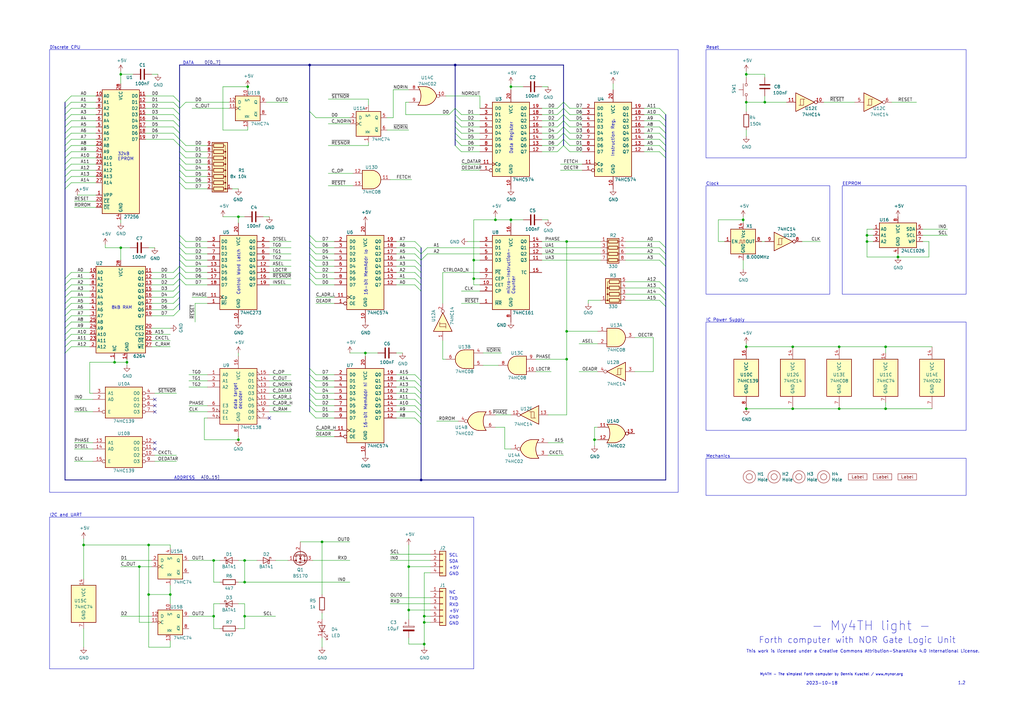
<source format=kicad_sch>
(kicad_sch (version 20230121) (generator eeschema)
  (paper "A3")
  (junction (at 167.64 250.19))
  (junction (at 100.33 238.76))
  (junction (at 355.6 99.06))
  (junction (at 232.41 135.89))
  (junction (at 209.55 90.17))
  (junction (at 344.17 142.24))
  (junction (at 368.3 105.41))
  (junction (at 172.72 196.85))
  (junction (at 60.96 223.52))
  (junction (at 306.07 142.24))
  (junction (at 149.86 144.78))
  (junction (at 46.99 148.59))
  (junction (at 132.08 222.25))
  (junction (at 325.12 167.64))
  (junction (at 173.99 255.27))
  (junction (at 60.96 243.84))
  (junction (at 313.69 41.91))
  (junction (at 97.79 88.9))
  (junction (at 97.79 180.34))
  (junction (at 243.84 180.34))
  (junction (at 355.6 96.52))
  (junction (at 232.41 147.32))
  (junction (at 87.63 229.87))
  (junction (at 173.99 252.73))
  (junction (at 304.8 90.17))
  (junction (at 173.99 264.16))
  (junction (at 306.07 30.48))
  (junction (at 69.85 243.84))
  (junction (at 363.22 142.24))
  (junction (at 100.33 252.73))
  (junction (at 186.69 26.67))
  (junction (at 363.22 167.64))
  (junction (at 100.33 229.87))
  (junction (at 49.53 30.48))
  (junction (at 232.41 99.06))
  (junction (at 325.12 142.24))
  (junction (at 127 26.67))
  (junction (at 57.15 232.41))
  (junction (at 203.2 90.17))
  (junction (at 344.17 167.64))
  (junction (at 194.31 114.3))
  (junction (at 49.53 101.6))
  (junction (at 52.07 148.59))
  (junction (at 34.29 223.52))
  (junction (at 87.63 252.73))
  (junction (at 306.07 167.64))
  (junction (at 101.6 35.56))
  (junction (at 194.31 106.68))
  (junction (at 306.07 41.91))
  (junction (at 209.55 35.56))
  (junction (at 167.64 232.41))
  (no_connect (at 63.5 181.61))
  (no_connect (at 63.5 166.37))
  (no_connect (at 63.5 168.91))
  (no_connect (at 110.49 171.45))
  (no_connect (at 63.5 163.83))
  (no_connect (at 63.5 184.15))
  (bus_entry (at 127 109.22) (size 2.54 2.54))
  (bus_entry (at 129.54 48.26) (size -2.54 -2.54))
  (bus_entry (at 186.69 57.15) (size 2.54 2.54))
  (bus_entry (at 231.14 41.91) (size 2.54 2.54))
  (bus_entry (at 73.66 111.76) (size 2.54 2.54))
  (bus_entry (at 270.51 104.14) (size 2.54 2.54))
  (bus_entry (at 71.12 54.61) (size 2.54 2.54))
  (bus_entry (at 26.67 57.15) (size 2.54 -2.54))
  (bus_entry (at 73.66 69.85) (size 2.54 2.54))
  (bus_entry (at 73.66 59.69) (size 2.54 2.54))
  (bus_entry (at 170.18 161.29) (size 2.54 2.54))
  (bus_entry (at 26.67 46.99) (size 2.54 -2.54))
  (bus_entry (at 127 153.67) (size 2.54 2.54))
  (bus_entry (at 186.69 54.61) (size 2.54 2.54))
  (bus_entry (at 127 111.76) (size 2.54 2.54))
  (bus_entry (at 26.67 119.38) (size 2.54 -2.54))
  (bus_entry (at 127 156.21) (size 2.54 2.54))
  (bus_entry (at 26.67 134.62) (size 2.54 -2.54))
  (bus_entry (at 26.67 54.61) (size 2.54 -2.54))
  (bus_entry (at 73.66 106.68) (size 2.54 2.54))
  (bus_entry (at 228.6 57.15) (size 2.54 -2.54))
  (bus_entry (at 127 151.13) (size 2.54 2.54))
  (bus_entry (at 186.69 59.69) (size 2.54 2.54))
  (bus_entry (at 170.18 163.83) (size 2.54 2.54))
  (bus_entry (at 270.51 106.68) (size 2.54 2.54))
  (bus_entry (at 26.67 74.93) (size 2.54 -2.54))
  (bus_entry (at 127 168.91) (size 2.54 2.54))
  (bus_entry (at 26.67 129.54) (size 2.54 -2.54))
  (bus_entry (at 71.12 116.84) (size 2.54 -2.54))
  (bus_entry (at 127 114.3) (size 2.54 2.54))
  (bus_entry (at 127 166.37) (size 2.54 2.54))
  (bus_entry (at 127 158.75) (size 2.54 2.54))
  (bus_entry (at 71.12 114.3) (size 2.54 -2.54))
  (bus_entry (at 170.18 109.22) (size 2.54 2.54))
  (bus_entry (at 228.6 49.53) (size 2.54 -2.54))
  (bus_entry (at 270.51 115.57) (size 2.54 2.54))
  (bus_entry (at 26.67 41.91) (size 2.54 -2.54))
  (bus_entry (at 71.12 129.54) (size 2.54 -2.54))
  (bus_entry (at 270.51 101.6) (size 2.54 2.54))
  (bus_entry (at 170.18 156.21) (size 2.54 2.54))
  (bus_entry (at 170.18 171.45) (size 2.54 2.54))
  (bus_entry (at 170.18 158.75) (size 2.54 2.54))
  (bus_entry (at 71.12 119.38) (size 2.54 -2.54))
  (bus_entry (at 186.69 49.53) (size 2.54 2.54))
  (bus_entry (at 71.12 44.45) (size 2.54 2.54))
  (bus_entry (at 127 96.52) (size 2.54 2.54))
  (bus_entry (at 26.67 144.78) (size 2.54 -2.54))
  (bus_entry (at 71.12 46.99) (size 2.54 2.54))
  (bus_entry (at 26.67 142.24) (size 2.54 -2.54))
  (bus_entry (at 270.51 57.15) (size 2.54 2.54))
  (bus_entry (at 228.6 54.61) (size 2.54 -2.54))
  (bus_entry (at 270.51 44.45) (size 2.54 2.54))
  (bus_entry (at 26.67 114.3) (size 2.54 -2.54))
  (bus_entry (at 26.67 139.7) (size 2.54 -2.54))
  (bus_entry (at 73.66 104.14) (size 2.54 2.54))
  (bus_entry (at 231.14 52.07) (size 2.54 2.54))
  (bus_entry (at 270.51 99.06) (size 2.54 2.54))
  (bus_entry (at 73.66 114.3) (size 2.54 2.54))
  (bus_entry (at 71.12 41.91) (size 2.54 2.54))
  (bus_entry (at 270.51 46.99) (size 2.54 2.54))
  (bus_entry (at 127 161.29) (size 2.54 2.54))
  (bus_entry (at 170.18 106.68) (size 2.54 2.54))
  (bus_entry (at 170.18 111.76) (size 2.54 2.54))
  (bus_entry (at 26.67 69.85) (size 2.54 -2.54))
  (bus_entry (at 231.14 57.15) (size 2.54 2.54))
  (bus_entry (at 71.12 127) (size 2.54 -2.54))
  (bus_entry (at 26.67 124.46) (size 2.54 -2.54))
  (bus_entry (at 73.66 44.45) (size 2.54 -2.54))
  (bus_entry (at 170.18 168.91) (size 2.54 2.54))
  (bus_entry (at 71.12 111.76) (size 2.54 -2.54))
  (bus_entry (at 26.67 62.23) (size 2.54 -2.54))
  (bus_entry (at 26.67 116.84) (size 2.54 -2.54))
  (bus_entry (at 228.6 52.07) (size 2.54 -2.54))
  (bus_entry (at 26.67 127) (size 2.54 -2.54))
  (bus_entry (at 73.66 64.77) (size 2.54 2.54))
  (bus_entry (at 26.67 64.77) (size 2.54 -2.54))
  (bus_entry (at 186.69 46.99) (size 2.54 2.54))
  (bus_entry (at 270.51 118.11) (size 2.54 2.54))
  (bus_entry (at 26.67 121.92) (size 2.54 -2.54))
  (bus_entry (at 231.14 46.99) (size 2.54 2.54))
  (bus_entry (at 127 99.06) (size 2.54 2.54))
  (bus_entry (at 73.66 74.93) (size 2.54 2.54))
  (bus_entry (at 71.12 124.46) (size 2.54 -2.54))
  (bus_entry (at 270.51 62.23) (size 2.54 2.54))
  (bus_entry (at 186.69 44.45) (size -2.54 2.54))
  (bus_entry (at 170.18 166.37) (size 2.54 2.54))
  (bus_entry (at 270.51 59.69) (size 2.54 2.54))
  (bus_entry (at 231.14 49.53) (size 2.54 2.54))
  (bus_entry (at 186.69 44.45) (size 2.54 2.54))
  (bus_entry (at 73.66 109.22) (size 2.54 2.54))
  (bus_entry (at 231.14 54.61) (size 2.54 2.54))
  (bus_entry (at 170.18 114.3) (size 2.54 2.54))
  (bus_entry (at 127 101.6) (size 2.54 2.54))
  (bus_entry (at 170.18 101.6) (size 2.54 2.54))
  (bus_entry (at 231.14 44.45) (size 2.54 2.54))
  (bus_entry (at 228.6 59.69) (size 2.54 -2.54))
  (bus_entry (at 73.66 57.15) (size 2.54 2.54))
  (bus_entry (at 73.66 67.31) (size 2.54 2.54))
  (bus_entry (at 170.18 116.84) (size 2.54 2.54))
  (bus_entry (at 26.67 52.07) (size 2.54 -2.54))
  (bus_entry (at 26.67 132.08) (size 2.54 -2.54))
  (bus_entry (at 26.67 49.53) (size 2.54 -2.54))
  (bus_entry (at 127 163.83) (size 2.54 2.54))
  (bus_entry (at 270.51 49.53) (size 2.54 2.54))
  (bus_entry (at 270.51 52.07) (size 2.54 2.54))
  (bus_entry (at 73.66 62.23) (size 2.54 2.54))
  (bus_entry (at 228.6 46.99) (size 2.54 -2.54))
  (bus_entry (at 231.14 59.69) (size 2.54 2.54))
  (bus_entry (at 175.26 101.6) (size -2.54 2.54))
  (bus_entry (at 71.12 52.07) (size 2.54 2.54))
  (bus_entry (at 71.12 39.37) (size 2.54 2.54))
  (bus_entry (at 26.67 44.45) (size 2.54 -2.54))
  (bus_entry (at 73.66 99.06) (size 2.54 2.54))
  (bus_entry (at 73.66 101.6) (size 2.54 2.54))
  (bus_entry (at 71.12 57.15) (size 2.54 2.54))
  (bus_entry (at 26.67 67.31) (size 2.54 -2.54))
  (bus_entry (at 26.67 59.69) (size 2.54 -2.54))
  (bus_entry (at 228.6 62.23) (size 2.54 -2.54))
  (bus_entry (at 186.69 52.07) (size 2.54 2.54))
  (bus_entry (at 71.12 49.53) (size 2.54 2.54))
  (bus_entry (at 270.51 123.19) (size 2.54 2.54))
  (bus_entry (at 270.51 120.65) (size 2.54 2.54))
  (bus_entry (at 170.18 99.06) (size 2.54 2.54))
  (bus_entry (at 127 106.68) (size 2.54 2.54))
  (bus_entry (at 73.66 72.39) (size 2.54 2.54))
  (bus_entry (at 170.18 104.14) (size 2.54 2.54))
  (bus_entry (at 127 104.14) (size 2.54 2.54))
  (bus_entry (at 71.12 121.92) (size 2.54 -2.54))
  (bus_entry (at 170.18 153.67) (size 2.54 2.54))
  (bus_entry (at 26.67 77.47) (size 2.54 -2.54))
  (bus_entry (at 175.26 104.14) (size -2.54 2.54))
  (bus_entry (at 228.6 44.45) (size 2.54 -2.54))
  (bus_entry (at 73.66 96.52) (size 2.54 2.54))
  (bus_entry (at 270.51 54.61) (size 2.54 2.54))
  (bus_entry (at 26.67 72.39) (size 2.54 -2.54))
  (bus_entry (at 26.67 137.16) (size 2.54 -2.54))
  (bus (pts (xy 127 99.06) (xy 127 101.6)))
  (wire (pts (xy 36.83 161.29) (xy 36.83 148.59)))
  (wire (pts (xy 161.29 48.26) (xy 158.75 48.26)))
  (bus (pts (xy 26.67 129.54) (xy 26.67 132.08)))
  (wire (pts (xy 29.21 41.91) (xy 39.37 41.91)))
  (wire (pts (xy 363.22 167.64) (xy 382.27 167.64)))
  (wire (pts (xy 29.21 44.45) (xy 39.37 44.45)))
  (bus (pts (xy 26.67 127) (xy 26.67 129.54)))
  (bus (pts (xy 73.66 67.31) (xy 73.66 69.85)))
  (bus (pts (xy 26.67 139.7) (xy 26.67 142.24)))
  (bus (pts (xy 273.05 54.61) (xy 273.05 57.15)))
  (wire (pts (xy 173.99 255.27) (xy 173.99 264.16)))
  (wire (pts (xy 62.23 139.7) (xy 69.85 139.7)))
  (bus (pts (xy 26.67 121.92) (xy 26.67 124.46)))
  (wire (pts (xy 62.23 30.48) (xy 64.77 30.48)))
  (wire (pts (xy 100.33 252.73) (xy 113.03 252.73)))
  (wire (pts (xy 229.87 69.85) (xy 238.76 69.85)))
  (wire (pts (xy 151.13 43.18) (xy 151.13 40.64)))
  (wire (pts (xy 62.23 114.3) (xy 71.12 114.3)))
  (bus (pts (xy 26.67 134.62) (xy 26.67 137.16)))
  (wire (pts (xy 264.16 59.69) (xy 270.51 59.69)))
  (wire (pts (xy 85.09 99.06) (xy 76.2 99.06)))
  (bus (pts (xy 127 26.67) (xy 127 45.72)))
  (wire (pts (xy 181.61 139.7) (xy 181.61 147.32)))
  (wire (pts (xy 233.68 46.99) (xy 238.76 46.99)))
  (wire (pts (xy 222.25 99.06) (xy 232.41 99.06)))
  (bus (pts (xy 73.66 52.07) (xy 73.66 54.61)))
  (wire (pts (xy 304.8 106.68) (xy 304.8 110.49)))
  (wire (pts (xy 129.54 153.67) (xy 137.16 153.67)))
  (wire (pts (xy 313.69 31.75) (xy 313.69 30.48)))
  (wire (pts (xy 85.09 64.77) (xy 76.2 64.77)))
  (wire (pts (xy 355.6 96.52) (xy 358.14 96.52)))
  (wire (pts (xy 43.18 100.33) (xy 43.18 101.6)))
  (wire (pts (xy 29.21 139.7) (xy 36.83 139.7)))
  (wire (pts (xy 137.16 179.07) (xy 129.54 179.07)))
  (wire (pts (xy 76.2 116.84) (xy 85.09 116.84)))
  (wire (pts (xy 29.21 137.16) (xy 36.83 137.16)))
  (wire (pts (xy 57.15 232.41) (xy 57.15 255.27)))
  (wire (pts (xy 365.76 41.91) (xy 375.92 41.91)))
  (wire (pts (xy 29.21 119.38) (xy 36.83 119.38)))
  (wire (pts (xy 137.16 116.84) (xy 129.54 116.84)))
  (wire (pts (xy 60.96 223.52) (xy 60.96 243.84)))
  (wire (pts (xy 29.21 72.39) (xy 39.37 72.39)))
  (wire (pts (xy 256.54 123.19) (xy 270.51 123.19)))
  (bus (pts (xy 127 161.29) (xy 127 163.83)))
  (bus (pts (xy 26.67 77.47) (xy 26.67 114.3)))
  (wire (pts (xy 219.71 147.32) (xy 232.41 147.32)))
  (wire (pts (xy 228.6 49.53) (xy 222.25 49.53)))
  (wire (pts (xy 207.01 184.15) (xy 209.55 184.15)))
  (wire (pts (xy 355.6 93.98) (xy 355.6 96.52)))
  (bus (pts (xy 73.66 101.6) (xy 73.66 104.14)))
  (wire (pts (xy 358.14 93.98) (xy 355.6 93.98)))
  (wire (pts (xy 160.02 227.33) (xy 176.53 227.33)))
  (wire (pts (xy 62.23 119.38) (xy 71.12 119.38)))
  (wire (pts (xy 161.29 36.83) (xy 167.64 36.83)))
  (bus (pts (xy 172.72 173.99) (xy 172.72 196.85)))
  (bus (pts (xy 172.72 109.22) (xy 172.72 111.76)))
  (bus (pts (xy 172.72 166.37) (xy 172.72 168.91)))
  (wire (pts (xy 62.23 121.92) (xy 71.12 121.92)))
  (wire (pts (xy 194.31 116.84) (xy 194.31 114.3)))
  (bus (pts (xy 73.66 64.77) (xy 73.66 67.31)))
  (bus (pts (xy 172.72 114.3) (xy 172.72 116.84)))
  (wire (pts (xy 294.64 90.17) (xy 304.8 90.17)))
  (wire (pts (xy 34.29 223.52) (xy 60.96 223.52)))
  (wire (pts (xy 137.16 106.68) (xy 129.54 106.68)))
  (wire (pts (xy 110.49 158.75) (xy 119.38 158.75)))
  (wire (pts (xy 132.08 251.46) (xy 132.08 254)))
  (wire (pts (xy 363.22 167.64) (xy 363.22 165.1)))
  (wire (pts (xy 85.09 69.85) (xy 76.2 69.85)))
  (bus (pts (xy 73.66 119.38) (xy 73.66 121.92)))
  (wire (pts (xy 233.68 57.15) (xy 238.76 57.15)))
  (wire (pts (xy 222.25 106.68) (xy 246.38 106.68)))
  (wire (pts (xy 101.6 53.34) (xy 91.44 53.34)))
  (bus (pts (xy 73.66 72.39) (xy 73.66 74.93)))
  (wire (pts (xy 62.23 137.16) (xy 69.85 137.16)))
  (wire (pts (xy 241.3 123.19) (xy 246.38 123.19)))
  (wire (pts (xy 297.18 99.06) (xy 294.64 99.06)))
  (wire (pts (xy 80.01 124.46) (xy 85.09 124.46)))
  (wire (pts (xy 69.85 243.84) (xy 69.85 247.65)))
  (bus (pts (xy 26.67 124.46) (xy 26.67 127)))
  (wire (pts (xy 137.16 166.37) (xy 129.54 166.37)))
  (bus (pts (xy 231.14 46.99) (xy 231.14 49.53)))
  (wire (pts (xy 167.64 250.19) (xy 167.64 254)))
  (bus (pts (xy 172.72 106.68) (xy 172.72 109.22)))
  (bus (pts (xy 73.66 114.3) (xy 73.66 116.84)))
  (wire (pts (xy 137.16 101.6) (xy 129.54 101.6)))
  (wire (pts (xy 196.85 116.84) (xy 194.31 116.84)))
  (bus (pts (xy 73.66 124.46) (xy 73.66 127)))
  (wire (pts (xy 62.23 116.84) (xy 71.12 116.84)))
  (wire (pts (xy 30.48 82.55) (xy 39.37 82.55)))
  (wire (pts (xy 128.27 229.87) (xy 143.51 229.87)))
  (wire (pts (xy 224.79 170.18) (xy 232.41 170.18)))
  (wire (pts (xy 196.85 99.06) (xy 191.77 99.06)))
  (wire (pts (xy 134.62 71.12) (xy 144.78 71.12)))
  (wire (pts (xy 137.16 114.3) (xy 129.54 114.3)))
  (wire (pts (xy 110.49 101.6) (xy 119.38 101.6)))
  (wire (pts (xy 222.25 104.14) (xy 246.38 104.14)))
  (bus (pts (xy 127 163.83) (xy 127 166.37)))
  (wire (pts (xy 69.85 223.52) (xy 60.96 223.52)))
  (wire (pts (xy 176.53 250.19) (xy 167.64 250.19)))
  (wire (pts (xy 222.25 35.56) (xy 224.79 35.56)))
  (wire (pts (xy 328.93 99.06) (xy 336.55 99.06)))
  (wire (pts (xy 368.3 105.41) (xy 381 105.41)))
  (bus (pts (xy 26.67 72.39) (xy 26.67 74.93)))
  (bus (pts (xy 127 104.14) (xy 127 106.68)))
  (wire (pts (xy 29.21 52.07) (xy 39.37 52.07)))
  (wire (pts (xy 87.63 238.76) (xy 87.63 229.87)))
  (wire (pts (xy 306.07 30.48) (xy 306.07 31.75)))
  (bus (pts (xy 273.05 106.68) (xy 273.05 109.22)))
  (wire (pts (xy 129.54 99.06) (xy 137.16 99.06)))
  (bus (pts (xy 26.67 114.3) (xy 26.67 116.84)))
  (wire (pts (xy 87.63 257.81) (xy 90.17 257.81)))
  (wire (pts (xy 30.48 181.61) (xy 38.1 181.61)))
  (wire (pts (xy 196.85 114.3) (xy 194.31 114.3)))
  (wire (pts (xy 77.47 156.21) (xy 85.09 156.21)))
  (wire (pts (xy 132.08 222.25) (xy 143.51 222.25)))
  (wire (pts (xy 59.69 57.15) (xy 71.12 57.15)))
  (wire (pts (xy 30.48 85.09) (xy 39.37 85.09)))
  (wire (pts (xy 264.16 57.15) (xy 270.51 57.15)))
  (wire (pts (xy 243.84 180.34) (xy 243.84 182.88)))
  (wire (pts (xy 137.16 111.76) (xy 129.54 111.76)))
  (wire (pts (xy 162.56 171.45) (xy 170.18 171.45)))
  (wire (pts (xy 97.79 238.76) (xy 100.33 238.76)))
  (wire (pts (xy 160.02 229.87) (xy 176.53 229.87)))
  (bus (pts (xy 73.66 104.14) (xy 73.66 106.68)))
  (bus (pts (xy 127 158.75) (xy 127 161.29)))
  (bus (pts (xy 273.05 64.77) (xy 273.05 101.6)))
  (bus (pts (xy 26.67 69.85) (xy 26.67 72.39)))
  (bus (pts (xy 127 114.3) (xy 127 151.13)))
  (wire (pts (xy 245.11 152.4) (xy 237.49 152.4)))
  (wire (pts (xy 134.62 50.8) (xy 143.51 50.8)))
  (wire (pts (xy 78.74 121.92) (xy 85.09 121.92)))
  (bus (pts (xy 186.69 26.67) (xy 231.14 26.67)))
  (wire (pts (xy 222.25 101.6) (xy 246.38 101.6)))
  (wire (pts (xy 137.16 171.45) (xy 129.54 171.45)))
  (wire (pts (xy 173.99 234.95) (xy 173.99 252.73)))
  (bus (pts (xy 273.05 109.22) (xy 273.05 118.11)))
  (wire (pts (xy 256.54 118.11) (xy 270.51 118.11)))
  (wire (pts (xy 196.85 39.37) (xy 196.85 44.45)))
  (wire (pts (xy 194.31 106.68) (xy 194.31 90.17)))
  (wire (pts (xy 245.11 175.26) (xy 243.84 175.26)))
  (wire (pts (xy 85.09 101.6) (xy 76.2 101.6)))
  (wire (pts (xy 363.22 142.24) (xy 382.27 142.24)))
  (wire (pts (xy 162.56 168.91) (xy 170.18 168.91)))
  (wire (pts (xy 162.56 144.78) (xy 165.1 144.78)))
  (wire (pts (xy 381 99.06) (xy 378.46 99.06)))
  (wire (pts (xy 325.12 142.24) (xy 344.17 142.24)))
  (bus (pts (xy 26.67 49.53) (xy 26.67 52.07)))
  (wire (pts (xy 181.61 111.76) (xy 181.61 124.46)))
  (wire (pts (xy 129.54 48.26) (xy 143.51 48.26)))
  (wire (pts (xy 233.68 54.61) (xy 238.76 54.61)))
  (wire (pts (xy 78.74 44.45) (xy 93.98 44.45)))
  (wire (pts (xy 243.84 175.26) (xy 243.84 180.34)))
  (wire (pts (xy 110.49 161.29) (xy 119.38 161.29)))
  (wire (pts (xy 100.33 88.9) (xy 97.79 88.9)))
  (wire (pts (xy 175.26 104.14) (xy 196.85 104.14)))
  (wire (pts (xy 29.21 134.62) (xy 36.83 134.62)))
  (wire (pts (xy 71.12 39.37) (xy 59.69 39.37)))
  (wire (pts (xy 49.53 90.17) (xy 49.53 91.44)))
  (bus (pts (xy 273.05 123.19) (xy 273.05 125.73)))
  (wire (pts (xy 355.6 105.41) (xy 368.3 105.41)))
  (wire (pts (xy 29.21 62.23) (xy 39.37 62.23)))
  (wire (pts (xy 264.16 52.07) (xy 270.51 52.07)))
  (wire (pts (xy 69.85 240.03) (xy 69.85 243.84)))
  (bus (pts (xy 273.05 118.11) (xy 273.05 120.65)))
  (wire (pts (xy 170.18 114.3) (xy 162.56 114.3)))
  (wire (pts (xy 209.55 170.18) (xy 203.2 170.18)))
  (wire (pts (xy 49.53 101.6) (xy 49.53 106.68)))
  (wire (pts (xy 134.62 40.64) (xy 151.13 40.64)))
  (wire (pts (xy 196.85 67.31) (xy 189.23 67.31)))
  (bus (pts (xy 127 45.72) (xy 127 96.52)))
  (wire (pts (xy 232.41 99.06) (xy 232.41 135.89)))
  (wire (pts (xy 368.3 105.41) (xy 368.3 104.14)))
  (wire (pts (xy 137.16 109.22) (xy 129.54 109.22)))
  (wire (pts (xy 29.21 116.84) (xy 36.83 116.84)))
  (wire (pts (xy 313.69 41.91) (xy 322.58 41.91)))
  (wire (pts (xy 267.97 152.4) (xy 267.97 138.43)))
  (wire (pts (xy 228.6 57.15) (xy 222.25 57.15)))
  (wire (pts (xy 54.61 30.48) (xy 49.53 30.48)))
  (wire (pts (xy 203.2 90.17) (xy 194.31 90.17)))
  (wire (pts (xy 233.68 49.53) (xy 238.76 49.53)))
  (bus (pts (xy 273.05 49.53) (xy 273.05 52.07)))
  (bus (pts (xy 73.66 26.67) (xy 127 26.67)))
  (wire (pts (xy 228.6 59.69) (xy 222.25 59.69)))
  (wire (pts (xy 260.35 138.43) (xy 267.97 138.43)))
  (wire (pts (xy 196.85 49.53) (xy 189.23 49.53)))
  (wire (pts (xy 306.07 30.48) (xy 313.69 30.48)))
  (wire (pts (xy 189.23 69.85) (xy 196.85 69.85)))
  (bus (pts (xy 26.67 52.07) (xy 26.67 54.61)))
  (wire (pts (xy 77.47 153.67) (xy 85.09 153.67)))
  (wire (pts (xy 260.35 152.4) (xy 267.97 152.4)))
  (wire (pts (xy 264.16 44.45) (xy 270.51 44.45)))
  (wire (pts (xy 97.79 88.9) (xy 97.79 91.44)))
  (bus (pts (xy 186.69 57.15) (xy 186.69 59.69)))
  (wire (pts (xy 85.09 72.39) (xy 76.2 72.39)))
  (wire (pts (xy 97.79 144.78) (xy 97.79 146.05)))
  (wire (pts (xy 60.96 101.6) (xy 63.5 101.6)))
  (wire (pts (xy 38.1 161.29) (xy 36.83 161.29)))
  (bus (pts (xy 273.05 59.69) (xy 273.05 62.23)))
  (wire (pts (xy 77.47 229.87) (xy 87.63 229.87)))
  (wire (pts (xy 264.16 62.23) (xy 270.51 62.23)))
  (bus (pts (xy 26.67 46.99) (xy 26.67 49.53)))
  (bus (pts (xy 172.72 171.45) (xy 172.72 173.99)))
  (wire (pts (xy 194.31 114.3) (xy 194.31 106.68)))
  (bus (pts (xy 73.66 111.76) (xy 73.66 114.3)))
  (wire (pts (xy 173.99 255.27) (xy 176.53 255.27)))
  (wire (pts (xy 95.25 77.47) (xy 97.79 77.47)))
  (wire (pts (xy 182.88 39.37) (xy 196.85 39.37)))
  (wire (pts (xy 162.56 101.6) (xy 170.18 101.6)))
  (wire (pts (xy 77.47 158.75) (xy 85.09 158.75)))
  (wire (pts (xy 232.41 135.89) (xy 232.41 147.32)))
  (bus (pts (xy 127 101.6) (xy 127 104.14)))
  (wire (pts (xy 85.09 106.68) (xy 76.2 106.68)))
  (wire (pts (xy 113.03 229.87) (xy 118.11 229.87)))
  (wire (pts (xy 162.56 163.83) (xy 170.18 163.83)))
  (wire (pts (xy 36.83 148.59) (xy 46.99 148.59)))
  (wire (pts (xy 137.16 124.46) (xy 129.54 124.46)))
  (bus (pts (xy 172.72 111.76) (xy 172.72 114.3)))
  (wire (pts (xy 29.21 127) (xy 36.83 127)))
  (wire (pts (xy 30.48 189.23) (xy 38.1 189.23)))
  (wire (pts (xy 30.48 184.15) (xy 38.1 184.15)))
  (bus (pts (xy 273.05 120.65) (xy 273.05 123.19)))
  (bus (pts (xy 73.66 99.06) (xy 73.66 101.6)))
  (wire (pts (xy 137.16 168.91) (xy 129.54 168.91)))
  (wire (pts (xy 85.09 67.31) (xy 76.2 67.31)))
  (wire (pts (xy 167.64 261.62) (xy 167.64 264.16)))
  (wire (pts (xy 49.53 29.21) (xy 49.53 30.48)))
  (bus (pts (xy 73.66 59.69) (xy 73.66 62.23)))
  (bus (pts (xy 26.67 59.69) (xy 26.67 62.23)))
  (wire (pts (xy 233.68 59.69) (xy 238.76 59.69)))
  (wire (pts (xy 29.21 129.54) (xy 36.83 129.54)))
  (bus (pts (xy 73.66 54.61) (xy 73.66 57.15)))
  (wire (pts (xy 90.17 238.76) (xy 87.63 238.76)))
  (wire (pts (xy 43.18 101.6) (xy 49.53 101.6)))
  (wire (pts (xy 29.21 46.99) (xy 39.37 46.99)))
  (bus (pts (xy 73.66 46.99) (xy 73.66 49.53)))
  (wire (pts (xy 29.21 59.69) (xy 39.37 59.69)))
  (bus (pts (xy 186.69 52.07) (xy 186.69 54.61)))
  (wire (pts (xy 232.41 135.89) (xy 245.11 135.89)))
  (wire (pts (xy 77.47 168.91) (xy 85.09 168.91)))
  (bus (pts (xy 231.14 41.91) (xy 231.14 44.45)))
  (bus (pts (xy 73.66 106.68) (xy 73.66 109.22)))
  (bus (pts (xy 273.05 52.07) (xy 273.05 54.61)))
  (wire (pts (xy 46.99 147.32) (xy 46.99 148.59)))
  (bus (pts (xy 26.67 142.24) (xy 26.67 144.78)))
  (wire (pts (xy 29.21 111.76) (xy 36.83 111.76)))
  (wire (pts (xy 62.23 134.62) (xy 69.85 134.62)))
  (bus (pts (xy 26.67 74.93) (xy 26.67 77.47)))
  (wire (pts (xy 203.2 88.9) (xy 203.2 90.17)))
  (wire (pts (xy 355.6 99.06) (xy 358.14 99.06)))
  (wire (pts (xy 100.33 252.73) (xy 100.33 257.81)))
  (wire (pts (xy 306.07 29.21) (xy 306.07 30.48)))
  (wire (pts (xy 170.18 116.84) (xy 162.56 116.84)))
  (bus (pts (xy 26.67 64.77) (xy 26.67 67.31)))
  (wire (pts (xy 160.02 247.65) (xy 176.53 247.65)))
  (wire (pts (xy 63.5 186.69) (xy 72.39 186.69)))
  (wire (pts (xy 100.33 257.81) (xy 97.79 257.81)))
  (wire (pts (xy 132.08 261.62) (xy 132.08 265.43)))
  (wire (pts (xy 306.07 53.34) (xy 306.07 55.88)))
  (wire (pts (xy 344.17 142.24) (xy 363.22 142.24)))
  (wire (pts (xy 137.16 156.21) (xy 129.54 156.21)))
  (wire (pts (xy 29.21 69.85) (xy 39.37 69.85)))
  (wire (pts (xy 76.2 41.91) (xy 93.98 41.91)))
  (wire (pts (xy 196.85 52.07) (xy 189.23 52.07)))
  (bus (pts (xy 186.69 54.61) (xy 186.69 57.15)))
  (wire (pts (xy 85.09 62.23) (xy 76.2 62.23)))
  (wire (pts (xy 87.63 247.65) (xy 87.63 252.73)))
  (bus (pts (xy 127 111.76) (xy 127 114.3)))
  (bus (pts (xy 273.05 101.6) (xy 273.05 104.14)))
  (wire (pts (xy 256.54 104.14) (xy 270.51 104.14)))
  (wire (pts (xy 76.2 77.47) (xy 85.09 77.47)))
  (bus (pts (xy 231.14 44.45) (xy 231.14 46.99)))
  (wire (pts (xy 100.33 229.87) (xy 105.41 229.87)))
  (wire (pts (xy 91.44 88.9) (xy 97.79 88.9)))
  (bus (pts (xy 127 109.22) (xy 127 111.76)))
  (wire (pts (xy 110.49 106.68) (xy 119.38 106.68)))
  (bus (pts (xy 73.66 49.53) (xy 73.66 52.07)))
  (wire (pts (xy 222.25 62.23) (xy 228.6 62.23)))
  (wire (pts (xy 77.47 252.73) (xy 87.63 252.73)))
  (bus (pts (xy 273.05 125.73) (xy 273.05 196.85)))
  (wire (pts (xy 80.01 124.46) (xy 80.01 132.08)))
  (bus (pts (xy 26.67 44.45) (xy 26.67 46.99)))
  (wire (pts (xy 97.79 179.07) (xy 97.79 180.34)))
  (wire (pts (xy 71.12 46.99) (xy 59.69 46.99)))
  (wire (pts (xy 160.02 73.66) (xy 168.91 73.66)))
  (wire (pts (xy 161.29 36.83) (xy 161.29 48.26)))
  (wire (pts (xy 31.75 80.01) (xy 39.37 80.01)))
  (wire (pts (xy 167.64 264.16) (xy 173.99 264.16)))
  (wire (pts (xy 176.53 234.95) (xy 173.99 234.95)))
  (wire (pts (xy 196.85 57.15) (xy 189.23 57.15)))
  (bus (pts (xy 127 153.67) (xy 127 156.21)))
  (bus (pts (xy 172.72 158.75) (xy 172.72 161.29)))
  (bus (pts (xy 127 156.21) (xy 127 158.75)))
  (wire (pts (xy 306.07 41.91) (xy 313.69 41.91)))
  (wire (pts (xy 209.55 34.29) (xy 209.55 35.56)))
  (bus (pts (xy 172.72 161.29) (xy 172.72 163.83)))
  (bus (pts (xy 172.72 168.91) (xy 172.72 171.45)))
  (wire (pts (xy 241.3 123.19) (xy 241.3 124.46)))
  (wire (pts (xy 167.64 232.41) (xy 167.64 250.19)))
  (bus (pts (xy 231.14 26.67) (xy 231.14 41.91)))
  (wire (pts (xy 83.82 171.45) (xy 83.82 180.34)))
  (wire (pts (xy 381 105.41) (xy 381 99.06)))
  (bus (pts (xy 172.72 119.38) (xy 172.72 156.21)))
  (wire (pts (xy 196.85 111.76) (xy 181.61 111.76)))
  (wire (pts (xy 91.44 35.56) (xy 101.6 35.56)))
  (wire (pts (xy 29.21 114.3) (xy 36.83 114.3)))
  (wire (pts (xy 62.23 232.41) (xy 57.15 232.41)))
  (bus (pts (xy 26.67 196.85) (xy 172.72 196.85)))
  (wire (pts (xy 59.69 52.07) (xy 71.12 52.07)))
  (wire (pts (xy 110.49 104.14) (xy 119.38 104.14)))
  (wire (pts (xy 179.07 172.72) (xy 187.96 172.72)))
  (wire (pts (xy 196.85 54.61) (xy 189.23 54.61)))
  (wire (pts (xy 110.49 111.76) (xy 119.38 111.76)))
  (wire (pts (xy 49.53 30.48) (xy 49.53 34.29)))
  (wire (pts (xy 100.33 238.76) (xy 143.51 238.76)))
  (wire (pts (xy 160.02 245.11) (xy 176.53 245.11)))
  (wire (pts (xy 154.94 144.78) (xy 149.86 144.78)))
  (bus (pts (xy 172.72 156.21) (xy 172.72 158.75)))
  (bus (pts (xy 231.14 57.15) (xy 231.14 59.69)))
  (wire (pts (xy 101.6 52.07) (xy 101.6 53.34)))
  (wire (pts (xy 60.96 265.43) (xy 69.85 265.43)))
  (bus (pts (xy 186.69 46.99) (xy 186.69 49.53)))
  (wire (pts (xy 29.21 124.46) (xy 36.83 124.46)))
  (wire (pts (xy 29.21 54.61) (xy 39.37 54.61)))
  (wire (pts (xy 214.63 90.17) (xy 209.55 90.17)))
  (wire (pts (xy 110.49 163.83) (xy 119.38 163.83)))
  (bus (pts (xy 26.67 67.31) (xy 26.67 69.85)))
  (wire (pts (xy 137.16 121.92) (xy 129.54 121.92)))
  (wire (pts (xy 228.6 46.99) (xy 222.25 46.99)))
  (wire (pts (xy 134.62 59.69) (xy 151.13 59.69)))
  (wire (pts (xy 162.56 161.29) (xy 170.18 161.29)))
  (wire (pts (xy 363.22 144.78) (xy 363.22 142.24)))
  (wire (pts (xy 85.09 59.69) (xy 76.2 59.69)))
  (wire (pts (xy 83.82 180.34) (xy 97.79 180.34)))
  (wire (pts (xy 209.55 35.56) (xy 209.55 36.83)))
  (wire (pts (xy 162.56 156.21) (xy 170.18 156.21)))
  (wire (pts (xy 87.63 247.65) (xy 90.17 247.65)))
  (wire (pts (xy 196.85 119.38) (xy 189.23 119.38)))
  (wire (pts (xy 237.49 140.97) (xy 245.11 140.97)))
  (wire (pts (xy 378.46 93.98) (xy 388.62 93.98)))
  (wire (pts (xy 251.46 34.29) (xy 251.46 36.83)))
  (bus (pts (xy 127 151.13) (xy 127 153.67)))
  (wire (pts (xy 232.41 99.06) (xy 246.38 99.06)))
  (wire (pts (xy 294.64 99.06) (xy 294.64 90.17)))
  (bus (pts (xy 73.66 69.85) (xy 73.66 72.39)))
  (wire (pts (xy 109.22 41.91) (xy 118.11 41.91)))
  (bus (pts (xy 26.67 41.91) (xy 26.67 44.45)))
  (wire (pts (xy 162.56 153.67) (xy 170.18 153.67)))
  (bus (pts (xy 186.69 26.67) (xy 186.69 44.45)))
  (bus (pts (xy 26.67 62.23) (xy 26.67 64.77)))
  (bus (pts (xy 26.67 119.38) (xy 26.67 121.92)))
  (wire (pts (xy 137.16 104.14) (xy 129.54 104.14)))
  (wire (pts (xy 29.21 132.08) (xy 36.83 132.08)))
  (wire (pts (xy 60.96 243.84) (xy 69.85 243.84)))
  (wire (pts (xy 49.53 229.87) (xy 62.23 229.87)))
  (wire (pts (xy 209.55 90.17) (xy 209.55 91.44)))
  (bus (pts (xy 73.66 57.15) (xy 73.66 59.69)))
  (wire (pts (xy 337.82 41.91) (xy 350.52 41.91)))
  (wire (pts (xy 34.29 237.49) (xy 34.29 223.52)))
  (wire (pts (xy 110.49 153.67) (xy 119.38 153.67)))
  (wire (pts (xy 264.16 46.99) (xy 270.51 46.99)))
  (bus (pts (xy 172.72 101.6) (xy 172.72 104.14)))
  (wire (pts (xy 137.16 163.83) (xy 129.54 163.83)))
  (wire (pts (xy 30.48 168.91) (xy 38.1 168.91)))
  (bus (pts (xy 273.05 62.23) (xy 273.05 64.77)))
  (wire (pts (xy 53.34 101.6) (xy 49.53 101.6)))
  (wire (pts (xy 29.21 121.92) (xy 36.83 121.92)))
  (wire (pts (xy 162.56 158.75) (xy 170.18 158.75)))
  (wire (pts (xy 344.17 167.64) (xy 363.22 167.64)))
  (wire (pts (xy 132.08 222.25) (xy 132.08 243.84)))
  (bus (pts (xy 231.14 54.61) (xy 231.14 57.15)))
  (wire (pts (xy 59.69 54.61) (xy 71.12 54.61)))
  (wire (pts (xy 256.54 101.6) (xy 270.51 101.6)))
  (wire (pts (xy 63.5 189.23) (xy 72.39 189.23)))
  (wire (pts (xy 173.99 264.16) (xy 173.99 265.43)))
  (bus (pts (xy 127 26.67) (xy 186.69 26.67)))
  (wire (pts (xy 87.63 229.87) (xy 90.17 229.87)))
  (wire (pts (xy 207.01 184.15) (xy 207.01 175.26)))
  (wire (pts (xy 196.85 46.99) (xy 189.23 46.99)))
  (bus (pts (xy 186.69 49.53) (xy 186.69 52.07)))
  (wire (pts (xy 167.64 223.52) (xy 167.64 232.41)))
  (bus (pts (xy 73.66 116.84) (xy 73.66 119.38)))
  (wire (pts (xy 97.79 229.87) (xy 100.33 229.87)))
  (wire (pts (xy 29.21 49.53) (xy 39.37 49.53)))
  (wire (pts (xy 167.64 232.41) (xy 176.53 232.41)))
  (wire (pts (xy 52.07 147.32) (xy 52.07 148.59)))
  (wire (pts (xy 137.16 158.75) (xy 129.54 158.75)))
  (wire (pts (xy 162.56 166.37) (xy 170.18 166.37)))
  (wire (pts (xy 231.14 186.69) (xy 224.79 186.69)))
  (bus (pts (xy 26.67 132.08) (xy 26.67 134.62)))
  (wire (pts (xy 63.5 161.29) (xy 72.39 161.29)))
  (wire (pts (xy 85.09 104.14) (xy 76.2 104.14)))
  (bus (pts (xy 26.67 54.61) (xy 26.67 57.15)))
  (wire (pts (xy 378.46 96.52) (xy 388.62 96.52)))
  (wire (pts (xy 233.68 44.45) (xy 238.76 44.45)))
  (bus (pts (xy 73.66 26.67) (xy 73.66 41.91)))
  (wire (pts (xy 71.12 44.45) (xy 59.69 44.45)))
  (wire (pts (xy 228.6 52.07) (xy 222.25 52.07)))
  (wire (pts (xy 233.68 52.07) (xy 238.76 52.07)))
  (wire (pts (xy 71.12 41.91) (xy 59.69 41.91)))
  (wire (pts (xy 30.48 163.83) (xy 38.1 163.83)))
  (wire (pts (xy 143.51 144.78) (xy 149.86 144.78)))
  (wire (pts (xy 233.68 62.23) (xy 238.76 62.23)))
  (wire (pts (xy 119.38 99.06) (xy 110.49 99.06)))
  (wire (pts (xy 214.63 35.56) (xy 209.55 35.56)))
  (wire (pts (xy 29.21 67.31) (xy 39.37 67.31)))
  (wire (pts (xy 49.53 232.41) (xy 57.15 232.41)))
  (wire (pts (xy 166.37 46.99) (xy 184.15 46.99)))
  (wire (pts (xy 166.37 41.91) (xy 167.64 41.91)))
  (bus (pts (xy 73.66 74.93) (xy 73.66 96.52)))
  (wire (pts (xy 60.96 243.84) (xy 60.96 265.43)))
  (wire (pts (xy 46.99 148.59) (xy 52.07 148.59)))
  (wire (pts (xy 304.8 90.17) (xy 304.8 91.44)))
  (bus (pts (xy 73.66 121.92) (xy 73.66 124.46)))
  (bus (pts (xy 172.72 104.14) (xy 172.72 106.68)))
  (wire (pts (xy 207.01 175.26) (xy 203.2 175.26)))
  (bus (pts (xy 127 96.52) (xy 127 99.06)))
  (wire (pts (xy 325.12 167.64) (xy 344.17 167.64)))
  (bus (pts (xy 273.05 104.14) (xy 273.05 106.68)))
  (wire (pts (xy 110.49 114.3) (xy 119.38 114.3)))
  (wire (pts (xy 175.26 101.6) (xy 196.85 101.6)))
  (wire (pts (xy 62.23 129.54) (xy 71.12 129.54)))
  (wire (pts (xy 256.54 120.65) (xy 270.51 120.65)))
  (wire (pts (xy 110.49 166.37) (xy 119.38 166.37)))
  (wire (pts (xy 306.07 142.24) (xy 325.12 142.24)))
  (wire (pts (xy 85.09 114.3) (xy 76.2 114.3)))
  (wire (pts (xy 209.55 90.17) (xy 203.2 90.17)))
  (wire (pts (xy 137.16 176.53) (xy 129.54 176.53)))
  (wire (pts (xy 110.49 168.91) (xy 119.38 168.91)))
  (bus (pts (xy 73.66 96.52) (xy 73.66 99.06)))
  (wire (pts (xy 256.54 115.57) (xy 270.51 115.57)))
  (wire (pts (xy 264.16 54.61) (xy 270.51 54.61)))
  (wire (pts (xy 256.54 106.68) (xy 270.51 106.68)))
  (wire (pts (xy 110.49 109.22) (xy 119.38 109.22)))
  (bus (pts (xy 73.66 41.91) (xy 73.66 44.45)))
  (bus (pts (xy 273.05 57.15) (xy 273.05 59.69)))
  (wire (pts (xy 232.41 147.32) (xy 232.41 170.18)))
  (wire (pts (xy 100.33 247.65) (xy 100.33 252.73)))
  (wire (pts (xy 69.85 224.79) (xy 69.85 223.52)))
  (wire (pts (xy 110.49 116.84) (xy 119.38 116.84)))
  (wire (pts (xy 77.47 166.37) (xy 85.09 166.37)))
  (wire (pts (xy 29.21 74.93) (xy 39.37 74.93)))
  (bus (pts (xy 172.72 116.84) (xy 172.72 119.38)))
  (bus (pts (xy 73.66 109.22) (xy 73.66 111.76)))
  (wire (pts (xy 34.29 220.98) (xy 34.29 223.52)))
  (bus (pts (xy 231.14 49.53) (xy 231.14 52.07)))
  (wire (pts (xy 49.53 252.73) (xy 62.23 252.73)))
  (wire (pts (xy 231.14 181.61) (xy 224.79 181.61)))
  (wire (pts (xy 62.23 127) (xy 71.12 127)))
  (wire (pts (xy 170.18 111.76) (xy 162.56 111.76)))
  (wire (pts (xy 245.11 180.34) (xy 243.84 180.34)))
  (wire (pts (xy 256.54 99.06) (xy 270.51 99.06)))
  (wire (pts (xy 134.62 76.2) (xy 144.78 76.2)))
  (wire (pts (xy 162.56 106.68) (xy 170.18 106.68)))
  (wire (pts (xy 170.18 109.22) (xy 162.56 109.22)))
  (wire (pts (xy 62.23 142.24) (xy 69.85 142.24)))
  (wire (pts (xy 29.21 39.37) (xy 39.37 39.37)))
  (wire (pts (xy 29.21 64.77) (xy 39.37 64.77)))
  (wire (pts (xy 52.07 148.59) (xy 52.07 149.86)))
  (bus (pts (xy 26.67 57.15) (xy 26.67 59.69)))
  (wire (pts (xy 62.23 111.76) (xy 71.12 111.76)))
  (wire (pts (xy 100.33 229.87) (xy 100.33 238.76)))
  (wire (pts (xy 196.85 124.46) (xy 189.23 124.46)))
  (bus (pts (xy 186.69 44.45) (xy 186.69 46.99)))
  (wire (pts (xy 264.16 49.53) (xy 270.51 49.53)))
  (wire (pts (xy 101.6 35.56) (xy 101.6 36.83)))
  (wire (pts (xy 304.8 88.9) (xy 304.8 90.17)))
  (wire (pts (xy 110.49 88.9) (xy 107.95 88.9)))
  (bus (pts (xy 127 166.37) (xy 127 168.91)))
  (wire (pts (xy 87.63 252.73) (xy 87.63 257.81)))
  (wire (pts (xy 137.16 161.29) (xy 129.54 161.29)))
  (bus (pts (xy 73.66 44.45) (xy 73.66 46.99)))
  (wire (pts (xy 57.15 255.27) (xy 62.23 255.27)))
  (wire (pts (xy 306.07 140.97) (xy 306.07 142.24)))
  (wire (pts (xy 151.13 58.42) (xy 151.13 59.69)))
  (wire (pts (xy 198.12 144.78) (xy 205.74 144.78)))
  (bus (pts (xy 127 106.68) (xy 127 109.22)))
  (wire (pts (xy 173.99 252.73) (xy 176.53 252.73)))
  (wire (pts (xy 69.85 265.43) (xy 69.85 262.89)))
  (wire (pts (xy 355.6 99.06) (xy 355.6 105.41)))
  (bus (pts (xy 273.05 196.85) (xy 172.72 196.85)))
  (wire (pts (xy 228.6 54.61) (xy 222.25 54.61)))
  (wire (pts (xy 123.19 222.25) (xy 132.08 222.25)))
  (bus (pts (xy 26.67 116.84) (xy 26.67 119.38)))
  (wire (pts (xy 85.09 171.45) (xy 83.82 171.45)))
  (wire (pts (xy 59.69 49.53) (xy 71.12 49.53)))
  (bus (pts (xy 273.05 46.99) (xy 273.05 49.53)))
  (wire (pts (xy 85.09 74.93) (xy 76.2 74.93)))
  (wire (pts (xy 162.56 99.06) (xy 170.18 99.06)))
  (wire (pts (xy 313.69 39.37) (xy 313.69 41.91)))
  (wire (pts (xy 149.86 144.78) (xy 149.86 146.05)))
  (bus (pts (xy 26.67 137.16) (xy 26.67 139.7)))
  (wire (pts (xy 312.42 99.06) (xy 313.69 99.06)))
  (wire (pts (xy 34.29 257.81) (xy 34.29 265.43)))
  (wire (pts (xy 189.23 62.23) (xy 196.85 62.23)))
  (wire (pts (xy 229.87 67.31) (xy 238.76 67.31)))
  (wire (pts (xy 198.12 149.86) (xy 204.47 149.86)))
  (wire (pts (xy 306.07 167.64) (xy 325.12 167.64)))
  (bus (pts (xy 231.14 52.07) (xy 231.14 54.61)))
  (wire (pts (xy 85.09 111.76) (xy 76.2 111.76)))
  (wire (pts (xy 29.21 57.15) (xy 39.37 57.15)))
  (wire (pts (xy 158.75 53.34) (xy 167.64 53.34)))
  (wire (pts (xy 110.49 156.21) (xy 119.38 156.21)))
  (wire (pts (xy 100.33 247.65) (xy 97.79 247.65)))
  (bus (pts (xy 26.67 144.78) (xy 26.67 196.85)))
  (wire (pts (xy 196.85 59.69) (xy 189.23 59.69)))
  (bus (pts (xy 172.72 163.83) (xy 172.72 166.37)))
  (wire (pts (xy 85.09 109.22) (xy 76.2 109.22)))
  (wire (pts (xy 355.6 96.52) (xy 355.6 99.06)))
  (wire (pts (xy 166.37 46.99) (xy 166.37 41.91)))
  (wire (pts (xy 173.99 252.73) (xy 173.99 255.27)))
  (wire (pts (xy 194.31 106.68) (xy 196.85 106.68)))
  (wire (pts (xy 29.21 142.24) (xy 36.83 142.24)))
  (wire (pts (xy 91.44 35.56) (xy 91.44 53.34)))
  (bus (pts (xy 73.66 62.23) (xy 73.66 64.77)))
  (wire (pts (xy 222.25 90.17) (xy 224.79 90.17)))
  (wire (pts (xy 219.71 152.4) (xy 226.06 152.4)))
  (wire (pts (xy 181.61 147.32) (xy 182.88 147.32)))
  (wire (pts (xy 228.6 44.45) (xy 222.25 44.45)))
  (wire (pts (xy 306.07 41.91) (xy 306.07 45.72)))
  (wire (pts (xy 62.23 124.46) (xy 71.12 124.46)))
  (wire (pts (xy 162.56 104.14) (xy 170.18 104.14)))
  (rectangle (start 20.32 212.09) (end 194.31 274.32))
  (rectangle (start 20.32 20.32) (end 278.13 201.93))
  (rectangle (start 289.56 132.08) (end 396.24 176.53))
  (rectangle (start 289.56 20.32) (end 396.24 64.77))
  (rectangle (start 345.44 76.2) (end 396.24 120.65))
  (rectangle (start 289.56 76.2) (end 340.36 120.65))
  (rectangle (start 289.56 187.96) (end 396.24 203.2))
  (text "Clock" (at 289.56 76.2 0) (effects (font (size 1.27 1.27)) (justify left bottom)))
  (text "EEPROM" (at 345.44 76.2 0) (effects (font (size 1.27 1.27)) (justify left bottom)))
  (text "SDA" (at 184.15 231.14 0) (effects (font (size 1.27 1.27)) (justify left bottom)))
  (text "Reset" (at 289.56 20.32 0) (effects (font (size 1.27 1.27)) (justify left bottom)))
  (text "Discrete CPU" (at 20.32 20.32 0) (effects (font (size 1.27 1.27)) (justify left bottom)))
  (text "data target\ndecoder" (at 99.314 168.1226 90) (effects (font (size 1.27 1.27)) (justify left bottom)))
  (text "DATA" (at 74.93 26.67 0) (effects (font (size 1.27 1.27)) (justify left bottom)))
  (text "+5V" (at 184.15 251.46 0) (effects (font (size 1.27 1.27)) (justify left bottom)))
  (text "My4TH - The simplest Forth computer by Dennis Kuschel / www.mynor.org" (at 311.6072 277.2664 0) (effects (font (size 1.016 1.016)) (justify left bottom)))
  (text "GND" (at 184.15 256.54 0) (effects (font (size 1.27 1.27)) (justify left bottom)))
  (text "GND" (at 184.15 254 0) (effects (font (size 1.27 1.27)) (justify left bottom)))
  (text "RXD" (at 184.15 248.92 0) (effects (font (size 1.27 1.27)) (justify left bottom)))
  (text "GND" (at 184.15 236.22 0) (effects (font (size 1.27 1.27)) (justify left bottom)))
  (text "Control Word Latch" (at 98.6028 121.0056 90) (effects (font (size 1.27 1.27)) (justify left bottom)))
  (text "16-bit MemAddr hi" (at 150.6474 175.7426 90) (effects (font (size 1.27 1.27)) (justify left bottom)))
  (text "2023-10-18" (at 330.581 281.0764 0) (effects (font (size 1.27 1.27)) (justify left bottom)))
  (text "ADDRESS" (at 80.01 196.85 0) (effects (font (size 1.27 1.27)) (justify right bottom)))
  (text "16-bit MemAddr lo" (at 150.7998 121.2596 90) (effects (font (size 1.27 1.27)) (justify left bottom)))
  (text "- My4TH light -" (at 332.74 259.08 0) (effects (font (size 3.81 3.81)) (justify left bottom)))
  (text "NC" (at 184.15 243.84 0) (effects (font (size 1.27 1.27)) (justify left bottom)))
  (text "IC Power Supply" (at 289.56 132.08 0) (effects (font (size 1.27 1.27)) (justify left bottom)))
  (text "TXD" (at 184.15 246.38 0) (effects (font (size 1.27 1.27)) (justify left bottom)))
  (text "1.2" (at 392.8364 280.9748 0) (effects (font (size 1.27 1.27)) (justify left bottom)))
  (text "Data Register" (at 210.439 63.246 90) (effects (font (size 1.27 1.27)) (justify left bottom)))
  (text "micro-Instruction-\nCounter" (at 211.3534 120.8278 90) (effects (font (size 1.27 1.27)) (justify left bottom)))
  (text "This work is licensed under a Creative Commons Attribution-ShareAlike 4.0 International License. " (at 306.07 267.97 0) (effects (font (size 1.27 1.27)) (justify left bottom)))
  (text "+5V" (at 184.15 233.68 0) (effects (font (size 1.27 1.27)) (justify left bottom)))
  (text "32kB\nEPROM" (at 48.26 66.04 0) (effects (font (size 1.27 1.27)) (justify left bottom)))
  (text "I2C and UART" (at 20.32 212.09 0) (effects (font (size 1.27 1.27)) (justify left bottom)))
  (text "Instruction Reg." (at 252.095 64.3128 90) (effects (font (size 1.27 1.27)) (justify left bottom)))
  (text "Mechanics" (at 289.56 187.96 0) (effects (font (size 1.27 1.27)) (justify left bottom)))
  (text "8kB RAM" (at 45.72 127 0) (effects (font (size 1.27 1.27)) (justify left bottom)))
  (text "SCL" (at 184.15 228.6 0) (effects (font (size 1.27 1.27)) (justify left bottom)))
  (text "Forth computer with NOR Gate Logic Unit" (at 311.15 264.16 0) (effects (font (size 2.54 2.54)) (justify left bottom)))
  (label "D7" (at 80.01 77.47 0))
  (label "D0" (at 66.04 111.76 0))
  (label "D1" (at 62.23 41.91 0))
  (label "D5" (at 191.77 57.15 0))
  (label "A2" (at 163.83 111.76 0))
  (label "A7" (at 31.75 129.54 0))
  (label "A1" (at 163.83 114.3 0))
  (label "A12" (at 33.02 69.85 0))
  (label "D6" (at 191.77 59.69 0))
  (label "A[0..15]" (at 90.17 196.85 180))
  (label "A8" (at 265.43 52.07 0))
  (label "OEADR" (at 238.76 152.4 0))
  (label "D4" (at 66.04 121.92 0))
  (label "A2" (at 265.43 104.14 0))
  (label "OECTR" (at 231.14 69.85 0))
  (label "OECTR" (at 261.62 138.43 0))
  (label "D1" (at 132.08 114.3 0))
  (label "D3" (at 191.77 52.07 0))
  (label "A2" (at 177.8 104.14 0))
  (label "D6" (at 66.04 127 0))
  (label "C_RAM" (at 111.76 168.91 0))
  (label "A0" (at 265.43 99.06 0))
  (label "TG2" (at 111.76 106.68 0))
  (label "D3" (at 236.22 54.61 0))
  (label "A0" (at 163.83 116.84 0))
  (label "D[0..7]" (at 83.82 26.67 0))
  (label "~{NORIN}" (at 161.29 53.34 0))
  (label "D7" (at 80.01 116.84 0))
  (label "D7" (at 224.79 62.23 0))
  (label "CLK" (at 30.48 189.23 0))
  (label "A11" (at 265.43 44.45 0))
  (label "~{SETNOR}" (at 135.89 40.64 0))
  (label "A13" (at 33.02 72.39 0))
  (label "D2" (at 80.01 64.77 0))
  (label "D5" (at 132.08 104.14 0))
  (label "A1" (at 33.02 41.91 0))
  (label "D2" (at 224.79 49.53 0))
  (label "A7" (at 265.43 54.61 0))
  (label "D2" (at 191.77 49.53 0))
  (label "D2" (at 132.08 166.37 0))
  (label "NORIN" (at 161.29 36.83 0))
  (label "D3" (at 224.79 52.07 0))
  (label "ASEL" (at 238.76 140.97 0))
  (label "OEADR" (at 129.54 179.07 0))
  (label "D2" (at 62.23 44.45 0))
  (label "OUT1" (at 78.74 229.87 0))
  (label "UA1" (at 223.52 101.6 0))
  (label "A12" (at 265.43 115.57 0))
  (label "TG0" (at 111.76 101.6 0))
  (label "INSEL" (at 30.48 168.91 0))
  (label "~{RESNOR}" (at 111.76 114.3 0))
  (label "D1" (at 80.01 62.23 0))
  (label "A2" (at 31.75 116.84 0))
  (label "~{PHASE}" (at 208.28 170.18 180))
  (label "A8" (at 33.02 59.69 0))
  (label "IN0" (at 30.48 163.83 0))
  (label "D1" (at 80.01 101.6 0))
  (label "PHASE" (at 77.47 166.37 0))
  (label "RDROM" (at 30.48 85.09 0))
  (label "D7" (at 62.23 57.15 0))
  (label "D7" (at 236.22 44.45 0))
  (label "D0" (at 236.22 62.23 0))
  (label "D0" (at 62.23 39.37 0))
  (label "C_ADR_L" (at 129.54 121.92 0))
  (label "SCL" (at 384.81 96.52 0))
  (label "D4" (at 191.77 54.61 0))
  (label "RXD" (at 138.43 229.87 0))
  (label "D5" (at 80.01 72.39 0))
  (label "C_OUT" (at 49.53 232.41 0))
  (label "CTRLOAD_N" (at 181.61 111.76 0))
  (label "D7" (at 66.04 129.54 0))
  (label "FETCH" (at 162.56 73.66 0))
  (label "IN0" (at 160.02 229.87 0))
  (label "A4" (at 265.43 62.23 0))
  (label "A0" (at 33.02 39.37 0))
  (label "A15" (at 63.5 137.16 0))
  (label "A4" (at 33.02 49.53 0))
  (label "C_DATAR" (at 189.23 67.31 0))
  (label "C_RAM" (at 63.5 142.24 0))
  (label "D7" (at 132.08 99.06 0))
  (label "~{RESET}" (at 340.36 41.91 0))
  (label "C_DATAR" (at 111.76 161.29 0))
  (label "PHASE" (at 219.71 147.32 0))
  (label "A8" (at 31.75 132.08 0))
  (label "A11" (at 31.75 139.7 0))
  (label "TG1" (at 111.76 104.14 0))
  (label "D0" (at 132.08 116.84 0))
  (label "D3" (at 62.23 46.99 0))
  (label "D6" (at 80.01 74.93 0))
  (label "A3" (at 265.43 106.68 0))
  (label "D5" (at 66.04 124.46 0))
  (label "D4" (at 80.01 109.22 0))
  (label "D4" (at 132.08 161.29 0))
  (label "LDCTR" (at 111.76 111.76 0))
  (label "A11" (at 33.02 67.31 0))
  (label "D7" (at 132.08 153.67 0))
  (label "UA2" (at 223.52 104.14 0))
  (label "A3" (at 163.83 109.22 0))
  (label "A6" (at 33.02 54.61 0))
  (label "UA3" (at 223.52 106.68 0))
  (label "D5" (at 62.23 52.07 0))
  (label "A15" (at 163.83 153.67 0))
  (label "D1" (at 66.04 114.3 0))
  (label "D5" (at 80.01 111.76 0))
  (label "C_NORIN" (at 135.89 50.8 0))
  (label "A0" (at 31.75 111.76 0))
  (label "D0" (at 80.01 41.91 0))
  (label "DTSEL" (at 30.48 184.15 0))
  (label "FETCH" (at 231.14 67.31 0))
  (label "C_OP" (at 135.89 71.12 0))
  (label "D4" (at 132.08 106.68 0))
  (label "D2" (at 132.08 111.76 0))
  (label "D4" (at 224.79 54.61 0))
  (label "RESET" (at 30.48 82.55 0))
  (label "A5" (at 265.43 59.69 0))
  (label "A9" (at 33.02 62.23 0))
  (label "IN0" (at 138.43 238.76 0))
  (label "D4" (at 62.23 49.53 0))
  (label "C_NORIN" (at 111.76 158.75 0))
  (label "TG0" (at 78.74 153.67 0))
  (label "OUT0" (at 113.03 41.91 0))
  (label "RXD" (at 160.02 247.65 0))
  (label "DTSEL" (at 111.76 99.06 0))
  (label "A6" (at 265.43 57.15 0))
  (label "D1" (at 49.53 229.87 0))
  (label "D6" (at 224.79 59.69 0))
  (label "OUT2" (at 78.74 252.73 0))
  (label "D2" (at 80.01 104.14 0))
  (label "A4" (at 31.75 121.92 0))
  (label "~{RESNOR}" (at 135.89 59.69 0))
  (label "C_OUT" (at 80.01 44.45 0))
  (label "A5" (at 31.75 124.46 0))
  (label "A3" (at 31.75 119.38 0))
  (label "D1" (at 191.77 46.99 0))
  (label "A10" (at 265.43 46.99 0))
  (label "A10" (at 163.83 166.37 0))
  (label "IN0" (at 384.81 93.98 0))
  (label "A15" (at 231.14 181.61 180))
  (label "CLK" (at 190.5 119.38 0))
  (label "CKCTL" (at 64.77 186.69 0))
  (label "D0" (at 80.01 99.06 0))
  (label "A1" (at 177.8 101.6 0))
  (label "D2" (at 49.53 252.73 0))
  (label "A8" (at 163.83 171.45 0))
  (label "A9" (at 163.83 168.91 0))
  (label "A12" (at 163.83 161.29 0))
  (label "CKCTL" (at 63.5 139.7 0))
  (label "A11" (at 163.83 163.83 0))
  (label "C_ADR_H" (at 129.54 176.53 0))
  (label "A5" (at 33.02 52.07 0))
  (label "D0" (at 135.89 48.26 0))
  (label "D1" (at 224.79 46.99 0))
  (label "LDCTR" (at 219.71 152.4 0))
  (label "D3" (at 132.08 163.83 0))
  (label "D1" (at 236.22 59.69 0))
  (label "D4" (at 80.01 69.85 0))
  (label "A13" (at 265.43 118.11 0))
  (label "OEADR" (at 129.54 124.46 0))
  (label "INSEL" (at 111.76 116.84 0))
  (label "D2" (at 236.22 57.15 0))
  (label "A6" (at 31.75 127 0))
  (label "OEDATAR" (at 189.23 69.85 0))
  (label "A1" (at 265.43 101.6 0))
  (label "~{SETNOR}" (at 64.77 161.29 0))
  (label "RESET" (at 368.3 41.91 0))
  (label "PHASE" (at 223.52 99.06 0))
  (label "PHASE" (at 78.74 121.92 0))
  (label "A6" (at 163.83 101.6 0))
  (label "C_OP" (at 111.76 153.67 0))
  (label "D6" (at 80.01 114.3 0))
  (label "RDROM" (at 186.69 172.72 180))
  (label "D5" (at 132.08 158.75 0))
  (label "D6" (at 62.23 54.61 0))
  (label "D3" (at 80.01 106.68 0))
  (label "PHASE" (at 30.48 181.61 0))
  (label "A10" (at 33.02 64.77 0))
  (label "TG1" (at 78.74 156.21 0))
  (label "D2" (at 66.04 116.84 0))
  (label "D0" (at 132.08 171.45 0))
  (label "A15" (at 265.43 123.19 0))
  (label "A14" (at 33.02 74.93 0))
  (label "D0" (at 224.79 44.45 0))
  (label "A13" (at 163.83 158.75 0))
  (label "A4" (at 163.83 106.68 0))
  (label "OUT0" (at 138.43 222.25 0))
  (label "D4" (at 236.22 52.07 0))
  (label "C_OUT" (at 111.76 156.21 0))
  (label "D3" (at 132.08 109.22 0))
  (label "~{RESET}" (at 80.01 130.81 90))
  (label "D0" (at 184.15 46.99 180))
  (label "C_ADR_H" (at 111.76 166.37 0))
  (label "D5" (at 236.22 49.53 0))
  (label "D0" (at 80.01 59.69 0))
  (label "OEDATAR" (at 64.77 189.23 0))
  (label "A9" (at 31.75 134.62 0))
  (label "D1" (at 132.08 168.91 0))
  (label "TG2" (at 78.74 158.75 0))
  (label "SCL" (at 107.95 252.73 0))
  (label "A14" (at 265.43 120.65 0))
  (label "OUT0" (at 160.02 245.11 0))
  (label "D6" (at 132.08 156.21 0))
  (label "CKCTL" (at 231.14 186.69 180))
  (label "D7" (at 191.77 62.23 0))
  (label "A5" (at 163.83 104.14 0))
  (label "NOROUT" (at 189.23 39.37 0))
  (label "A2" (at 33.02 44.45 0))
  (label "CLK" (at 77.47 168.91 0))
  (label "SCL" (at 160.02 227.33 0))
  (label "~{NORIN}" (at 199.39 144.78 0))
  (label "A14" (at 163.83 156.21 0))
  (label "A10" (at 31.75 137.16 0))
  (label "A3" (at 33.02 46.99 0))
  (label "D3" (at 80.01 67.31 0))
  (label "CLK" (at 332.74 99.06 0))
  (label "D3" (at 66.04 119.38 0))
  (label "C_ADR_L" (at 111.76 163.83 0))
  (label "~{RESET}" (at 135.89 76.2 0))
  (label "~{RESET}" (at 190.5 124.46 0))
  (label "D6" (at 132.08 101.6 0))
  (label "D6" (at 236.22 46.99 0))
  (label "A9" (at 265.43 49.53 0))
  (label "A7" (at 33.02 57.15 0))
  (label "A7" (at 163.83 99.06 0))
  (label "A1" (at 31.75 114.3 0))
  (label "A12" (at 31.75 142.24 0))
  (label "ASEL" (at 111.76 109.22 0))
  (label "D5" (at 224.79 57.15 0))
  (symbol (lib_id "74xx:74LS138") (at 97.79 161.29 0) (unit 1)
    (property "Reference" "U9" (at 92.71 149.86 0))
    (property "Value" "74HC138" (at 102.87 175.26 0))
    (property "Footprint" "pcb_ics:DIP-16_W7.62mm" (effects hide))
    (property "Datasheet" "http://www.ti.com/lit/gpn/sn74HC138" (effects hide))
  )
  (symbol (lib_id "74xx:74LS139") (at 50.8 184.15 0) (unit 2)
    (property "Reference" "U10" (at 50.8 177.8 0))
    (property "Value" "74HC139" (at 50.8 193.04 0))
    (property "Footprint" "pcb_ics:DIP-16_W7.62mm" (effects hide))
    (property "Datasheet" "http://www.ti.com/lit/gpn/sn74HC139" (effects hide))
  )
  (symbol (lib_id "74xx:74LS139") (at 50.8 163.83 0) (unit 1)
    (property "Reference" "U10" (at 50.8 157.48 0))
    (property "Value" "74HC139" (at 50.8 172.72 0))
    (property "Footprint" "pcb_ics:DIP-16_W7.62mm" (effects hide))
    (property "Datasheet" "http://www.ti.com/lit/gpn/sn74HC139" (effects hide))
  )
  (symbol (lib_id "74xx:74LS139") (at 306.07 154.94 0) (unit 3)
    (property "Reference" "U10" (at 303.53 153.67 0) (effects (justify left)))
    (property "Value" "74HC139" (at 302.26 156.21 0) (effects (justify left)))
    (property "Footprint" "pcb_ics:DIP-16_W7.62mm" (effects hide))
    (property "Datasheet" "http://www.ti.com/lit/gpn/sn74HC139" (effects hide))
  )
  (symbol (lib_id "74xx:74HC74") (at 151.13 50.8 0) (unit 1)
    (property "Reference" "U11" (at 147.32 44.45 0))
    (property "Value" "74HC74" (at 156.21 57.15 0))
    (property "Footprint" "pcb_ics:DIP-14_W7.62mm" (effects hide))
    (property "Datasheet" "http://www.ti.com/lit/gpn/sn74HC74" (effects hide))
  )
  (symbol (lib_id "74xx:74HC74") (at 101.6 44.45 0) (unit 2)
    (property "Reference" "U11" (at 104.14 38.1 0))
    (property "Value" "74HC74" (at 106.68 50.8 0))
    (property "Footprint" "pcb_ics:DIP-14_W7.62mm" (effects hide))
    (property "Datasheet" "http://www.ti.com/lit/gpn/sn74HC74" (effects hide))
  )
  (symbol (lib_id "74xx:74HC74") (at 363.22 154.94 0) (unit 3)
    (property "Reference" "U11" (at 360.68 153.67 0) (effects (justify left)))
    (property "Value" "74HC74" (at 359.41 156.21 0) (effects (justify left)))
    (property "Footprint" "pcb_ics:DIP-14_W7.62mm" (effects hide))
    (property "Datasheet" "http://www.ti.com/lit/gpn/sn74HC74" (effects hide))
  )
  (symbol (lib_id "74xx:74LS161") (at 209.55 111.76 0) (unit 1)
    (property "Reference" "U8" (at 203.2 95.25 0))
    (property "Value" "74HC161" (at 214.63 128.27 0))
    (property "Footprint" "pcb_ics:DIP-16_W7.62mm" (effects hide))
    (property "Datasheet" "http://www.ti.com/lit/gpn/sn74HC161" (effects hide))
  )
  (symbol (lib_id "74xx:74HCT574") (at 251.46 57.15 0) (unit 1)
    (property "Reference" "U4" (at 246.38 40.64 0))
    (property "Value" "74HC574" (at 256.54 73.66 0))
    (property "Footprint" "pcb_ics:DIP-20_W7.62mm" (effects hide))
    (property "Datasheet" "http://www.ti.com/lit/gpn/sn74HC574" (effects hide))
  )
  (symbol (lib_id "74xx:74HCT574") (at 149.86 111.76 0) (unit 1)
    (property "Reference" "U6" (at 143.51 95.25 0))
    (property "Value" "74HC574" (at 154.94 128.27 0))
    (property "Footprint" "pcb_ics:DIP-20_W7.62mm" (effects hide))
    (property "Datasheet" "http://www.ti.com/lit/gpn/sn74HC574" (effects hide))
  )
  (symbol (lib_id "74xx:74HCT574") (at 149.86 166.37 0) (unit 1)
    (property "Reference" "U7" (at 143.51 149.86 0))
    (property "Value" "74HC574" (at 154.94 182.88 0))
    (property "Footprint" "pcb_ics:DIP-20_W7.62mm" (effects hide))
    (property "Datasheet" "http://www.ti.com/lit/gpn/sn74HC574" (effects hide))
  )
  (symbol (lib_id "74xx:74LS08") (at 252.73 138.43 0) (unit 1)
    (property "Reference" "U13" (at 252.73 133.35 0))
    (property "Value" "74HC08" (at 252.73 143.51 0))
    (property "Footprint" "pcb_ics:DIP-14_W7.62mm" (effects hide))
    (property "Datasheet" "http://www.ti.com/lit/gpn/sn74HC08" (effects hide))
  )
  (symbol (lib_id "74xx:74LS08") (at 190.5 147.32 0) (mirror y) (unit 2)
    (property "Reference" "U13" (at 190.5 142.24 0))
    (property "Value" "74HC08" (at 190.5 152.4 0))
    (property "Footprint" "pcb_ics:DIP-14_W7.62mm" (effects hide))
    (property "Datasheet" "http://www.ti.com/lit/gpn/sn74HC08" (effects hide))
  )
  (symbol (lib_id "74xx:74LS08") (at 212.09 149.86 0) (mirror y) (unit 3)
    (property "Reference" "U13" (at 212.09 144.78 0))
    (property "Value" "74HC08" (at 212.09 154.94 0))
    (property "Footprint" "pcb_ics:DIP-14_W7.62mm" (effects hide))
    (property "Datasheet" "http://www.ti.com/lit/gpn/sn74HC08" (effects hide))
  )
  (symbol (lib_id "74xx:74LS08") (at 152.4 73.66 0) (unit 4)
    (property "Reference" "U13" (at 152.4 68.58 0))
    (property "Value" "74HC08" (at 152.4 78.74 0))
    (property "Footprint" "pcb_ics:DIP-14_W7.62mm" (effects hide))
    (property "Datasheet" "http://www.ti.com/lit/gpn/sn74HC08" (effects hide))
  )
  (symbol (lib_id "power:GND") (at 49.53 91.44 0) (unit 1)
    (property "Reference" "#PWR033" (effects hide))
    (property "Value" "GND" (at 49.657 95.8342 0))
  )
  (symbol (lib_id "74xx:74LS08") (at 344.17 154.94 0) (unit 5)
    (property "Reference" "U13" (at 341.63 153.67 0) (effects (justify left)))
    (property "Value" "74HC08" (at 340.36 156.21 0) (effects (justify left)))
    (property "Footprint" "pcb_ics:DIP-14_W7.62mm" (effects hide))
    (property "Datasheet" "http://www.ti.com/lit/gpn/sn74HC08" (effects hide))
  )
  (symbol (lib_id "74xx:74HC14") (at 181.61 132.08 90) (unit 1)
    (property "Reference" "U12" (at 177.8 129.54 0))
    (property "Value" "74HC14" (at 185.42 129.54 0))
    (property "Footprint" "pcb_ics:DIP-14_W7.62mm" (effects hide))
    (property "Datasheet" "http://www.ti.com/lit/gpn/sn74HC14" (effects hide))
  )
  (symbol (lib_id "74xx:74HC14") (at 252.73 152.4 180) (unit 2)
    (property "Reference" "U12" (at 251.46 148.59 0))
    (property "Value" "74HC14" (at 252.73 157.48 0))
    (property "Footprint" "pcb_ics:DIP-14_W7.62mm" (effects hide))
    (property "Datasheet" "http://www.ti.com/lit/gpn/sn74HC14" (effects hide))
  )
  (symbol (lib_id "74xx:74HC14") (at 358.14 41.91 0) (unit 3)
    (property "Reference" "U12" (at 360.68 44.45 0))
    (property "Value" "74HC14" (at 360.68 46.99 0))
    (property "Footprint" "pcb_ics:DIP-14_W7.62mm" (effects hide))
    (property "Datasheet" "http://www.ti.com/lit/gpn/sn74HC14" (effects hide))
  )
  (symbol (lib_id "74xx:74HC14") (at 321.31 99.06 0) (unit 4)
    (property "Reference" "U12" (at 323.85 96.52 0))
    (property "Value" "74HC14" (at 322.58 93.98 0))
    (property "Footprint" "pcb_ics:DIP-14_W7.62mm" (effects hide))
    (property "Datasheet" "http://www.ti.com/lit/gpn/sn74HC14" (effects hide))
  )
  (symbol (lib_id "74xx:74HC14") (at 330.2 41.91 0) (unit 5)
    (property "Reference" "U12" (at 332.74 44.45 0))
    (property "Value" "74HC14" (at 332.74 46.99 0))
    (property "Footprint" "pcb_ics:DIP-14_W7.62mm" (effects hide))
    (property "Datasheet" "http://www.ti.com/lit/gpn/sn74HC14" (effects hide))
  )
  (symbol (lib_id "74xx:74HC14") (at 217.17 170.18 0) (mirror y) (unit 6)
    (property "Reference" "U12" (at 215.9 167.64 0))
    (property "Value" "74HC14" (at 214.63 173.99 0))
    (property "Footprint" "pcb_ics:DIP-14_W7.62mm" (effects hide))
    (property "Datasheet" "http://www.ti.com/lit/gpn/sn74HC14" (effects hide))
  )
  (symbol (lib_id "74xx:74HC14") (at 325.12 154.94 0) (unit 7)
    (property "Reference" "U12" (at 322.58 153.67 0) (effects (justify left)))
    (property "Value" "74HC14" (at 321.31 156.21 0) (effects (justify left)))
    (property "Footprint" "pcb_ics:DIP-14_W7.62mm" (effects hide))
    (property "Datasheet" "http://www.ti.com/lit/gpn/sn74HC14" (effects hide))
  )
  (symbol (lib_id "74xx:74HCT574") (at 209.55 57.15 0) (unit 1)
    (property "Reference" "U3" (at 204.47 40.64 0))
    (property "Value" "74HC574" (at 214.63 73.66 0))
    (property "Footprint" "pcb_ics:DIP-20_W7.62mm" (effects hide))
    (property "Datasheet" "http://www.ti.com/lit/gpn/sn74HC574" (effects hide))
  )
  (symbol (lib_id "power:+5V") (at 91.44 88.9 0) (unit 1)
    (property "Reference" "#PWR025" (effects hide))
    (property "Value" "+5V" (at 91.821 84.5058 0))
  )
  (symbol (lib_id "lib_rcld:C") (at 104.14 88.9 270) (unit 1)
    (property "Reference" "C4" (at 104.14 85.09 90))
    (property "Value" "100nF" (at 104.14 92.71 90))
    (property "Footprint" "pcb_discretes_tht:C_Disc_D5.0mm_W2.5mm_P5.00mm" (effects hide))
  )
  (symbol (lib_id "power:GND") (at 110.49 88.9 0) (unit 1)
    (property "Reference" "#PWR026" (effects hide))
    (property "Value" "GND" (at 110.617 93.2942 0))
  )
  (symbol (lib_id "power:GND") (at 97.79 77.47 0) (mirror y) (unit 1)
    (property "Reference" "#PWR036" (effects hide))
    (property "Value" "GND" (at 97.663 81.8642 0))
  )
  (symbol (lib_id "lib_rcld:R_Network08") (at 90.17 67.31 270) (mirror x) (unit 1)
    (property "Reference" "R1" (at 99.06 69.85 90))
    (property "Value" "8x 10k" (at 97.79 72.39 90))
    (property "Footprint" "pcb_discretes_tht:R_Array_SIP9" (effects hide))
    (property "Datasheet" "http://www.vishay.com/docs/31509/csc.pdf" (effects hide))
  )
  (symbol (lib_id "power:GND") (at 97.79 132.08 0) (unit 1)
    (property "Reference" "#PWR041" (effects hide))
    (property "Value" "GND" (at 97.917 136.4742 0))
  )
  (symbol (lib_id "lib_mech:Hole") (at 307.34 195.58 0) (unit 1)
    (property "Reference" "H1" (at 310.5912 194.4116 0) (effects (justify left)))
    (property "Value" "Hole" (at 310.5912 196.723 0) (effects (justify left)))
    (property "Footprint" "pcb_mech:nonplated_hole_drill_2.6mm_dia_5.2mm" (effects hide))
  )
  (symbol (lib_id "lib_mech:Hole") (at 317.5 195.58 0) (unit 1)
    (property "Reference" "H2" (at 320.7512 194.4116 0) (effects (justify left)))
    (property "Value" "Hole" (at 320.7512 196.723 0) (effects (justify left)))
    (property "Footprint" "pcb_mech:nonplated_hole_drill_2.6mm_dia_5.2mm" (effects hide))
  )
  (symbol (lib_id "lib_mech:Hole") (at 327.66 195.58 0) (unit 1)
    (property "Reference" "H3" (at 330.9112 194.4116 0) (effects (justify left)))
    (property "Value" "Hole" (at 330.9112 196.723 0) (effects (justify left)))
    (property "Footprint" "pcb_mech:nonplated_hole_drill_2.6mm_dia_5.2mm" (effects hide))
  )
  (symbol (lib_id "lib_mech:Hole") (at 337.82 195.58 0) (unit 1)
    (property "Reference" "H4" (at 341.0712 194.4116 0) (effects (justify left)))
    (property "Value" "Hole" (at 341.0712 196.723 0) (effects (justify left)))
    (property "Footprint" "pcb_mech:nonplated_hole_drill_2.6mm_dia_5.2mm" (effects hide))
  )
  (symbol (lib_id "power:GND") (at 97.79 180.34 0) (unit 1)
    (property "Reference" "#PWR061" (effects hide))
    (property "Value" "GND" (at 97.79 184.15 0))
  )
  (symbol (lib_id "power:GND") (at 52.07 149.86 0) (unit 1)
    (property "Reference" "#PWR060" (effects hide))
    (property "Value" "GND" (at 52.197 154.2542 0))
  )
  (symbol (lib_id "power:GND") (at 209.55 132.08 0) (unit 1)
    (property "Reference" "#PWR043" (effects hide))
    (property "Value" "GND" (at 205.74 133.35 0))
  )
  (symbol (lib_id "power:GND") (at 224.79 90.17 0) (unit 1)
    (property "Reference" "#PWR032" (effects hide))
    (property "Value" "GND" (at 224.917 94.5642 0))
  )
  (symbol (lib_id "lib_rcld:C") (at 218.44 90.17 270) (unit 1)
    (property "Reference" "C5" (at 218.44 86.36 90))
    (property "Value" "100nF" (at 218.44 93.98 90))
    (property "Footprint" "pcb_discretes_tht:C_Disc_D5.0mm_W2.5mm_P5.00mm" (effects hide))
  )
  (symbol (lib_id "power:+5V") (at 203.2 88.9 0) (unit 1)
    (property "Reference" "#PWR028" (effects hide))
    (property "Value" "+5V" (at 203.581 84.5058 0))
  )
  (symbol (lib_id "power:+5V") (at 97.79 144.78 0) (unit 1)
    (property "Reference" "#PWR053" (effects hide))
    (property "Value" "+5V" (at 98.171 140.3858 0))
  )
  (symbol (lib_id "power:GND") (at 64.77 30.48 0) (unit 1)
    (property "Reference" "#PWR09" (effects hide))
    (property "Value" "GND" (at 64.897 34.8742 0))
  )
  (symbol (lib_id "lib_rcld:C") (at 58.42 30.48 270) (unit 1)
    (property "Reference" "C1" (at 58.42 26.67 90))
    (property "Value" "100nF" (at 58.42 34.29 90))
    (property "Footprint" "pcb_discretes_tht:C_Disc_D5.0mm_W2.5mm_P5.00mm" (effects hide))
  )
  (symbol (lib_id "power:+5V") (at 49.53 29.21 0) (unit 1)
    (property "Reference" "#PWR04" (effects hide))
    (property "Value" "+5V" (at 49.911 24.8158 0))
  )
  (symbol (lib_id "power:GND") (at 63.5 101.6 0) (unit 1)
    (property "Reference" "#PWR048" (effects hide))
    (property "Value" "GND" (at 63.627 105.9942 0))
  )
  (symbol (lib_id "lib_rcld:C") (at 57.15 101.6 270) (unit 1)
    (property "Reference" "C7" (at 57.15 97.79 90))
    (property "Value" "100nF" (at 57.15 105.41 90))
    (property "Footprint" "pcb_discretes_tht:C_Disc_D5.0mm_W2.5mm_P5.00mm" (effects hide))
  )
  (symbol (lib_id "power:+5V") (at 43.18 100.33 0) (unit 1)
    (property "Reference" "#PWR047" (effects hide))
    (property "Value" "+5V" (at 43.561 95.9358 0))
  )
  (symbol (lib_id "power:+5V") (at 251.46 34.29 0) (unit 1)
    (property "Reference" "#PWR08" (effects hide))
    (property "Value" "+5V" (at 251.841 29.8958 0))
  )
  (symbol (lib_id "power:GND") (at 251.46 77.47 0) (unit 1)
    (property "Reference" "#PWR020" (effects hide))
    (property "Value" "GND" (at 251.587 81.8642 0))
  )
  (symbol (lib_id "74xx:74HC273") (at 97.79 111.76 0) (unit 1)
    (property "Reference" "U5" (at 92.71 95.25 0))
    (property "Value" "74HC273" (at 102.87 128.27 0))
    (property "Footprint" "pcb_ics:DIP-20_W7.62mm" (effects hide))
    (property "Datasheet" "https://assets.nexperia.com/documents/data-sheet/74HC_HCT273.pdf" (effects hide))
  )
  (symbol (lib_id "power:GND") (at 149.86 186.69 0) (unit 1)
    (property "Reference" "#PWR064" (effects hide))
    (property "Value" "GND" (at 149.987 191.0842 0))
  )
  (symbol (lib_id "power:GND") (at 149.86 132.08 0) (unit 1)
    (property "Reference" "#PWR042" (effects hide))
    (property "Value" "GND" (at 149.987 136.4742 0))
  )
  (symbol (lib_id "power:+5V") (at 149.86 91.44 0) (unit 1)
    (property "Reference" "#PWR027" (effects hide))
    (property "Value" "+5V" (at 150.241 87.0458 0))
  )
  (symbol (lib_id "power:GND") (at 191.77 99.06 270) (unit 1)
    (property "Reference" "#PWR034" (effects hide))
    (property "Value" "GND" (at 188.5188 99.187 90) (effects (justify right)))
  )
  (symbol (lib_id "power:GND") (at 209.55 77.47 0) (unit 1)
    (property "Reference" "#PWR019" (effects hide))
    (property "Value" "GND" (at 209.677 81.8642 0))
  )
  (symbol (lib_id "power:GND") (at 224.79 35.56 0) (unit 1)
    (property "Reference" "#PWR011" (effects hide))
    (property "Value" "GND" (at 224.917 39.9542 0))
  )
  (symbol (lib_id "lib_rcld:C") (at 218.44 35.56 270) (unit 1)
    (property "Reference" "C2" (at 218.44 31.75 90))
    (property "Value" "100nF" (at 218.44 39.37 90))
    (property "Footprint" "pcb_discretes_tht:C_Disc_D5.0mm_W2.5mm_P5.00mm" (effects hide))
  )
  (symbol (lib_id "power:+5V") (at 209.55 34.29 0) (unit 1)
    (property "Reference" "#PWR07" (effects hide))
    (property "Value" "+5V" (at 209.931 29.8958 0))
  )
  (symbol (lib_id "lib_mech:Label") (at 347.98 194.31 0) (unit 1)
    (property "Reference" "LB1" (effects hide))
    (property "Value" "Label" (effects hide))
    (property "Footprint" "pcb_mech:MyNOR-Logo-2" (effects hide))
  )
  (symbol (lib_id "power:+5V") (at 143.51 144.78 0) (unit 1)
    (property "Reference" "#PWR049" (effects hide))
    (property "Value" "+5V" (at 143.891 140.3858 0))
  )
  (symbol (lib_id "lib_mech:Label") (at 358.14 194.31 0) (unit 1)
    (property "Reference" "LB2" (effects hide))
    (property "Value" "Label" (effects hide))
    (property "Footprint" "pcb_mech:cc-by-sa" (effects hide))
  )
  (symbol (lib_id "power:GND") (at 306.07 167.64 0) (unit 1)
    (property "Reference" "#PWR080" (effects hide))
    (property "Value" "GND" (at 306.197 172.0342 0))
  )
  (symbol (lib_id "power:+5V") (at 306.07 140.97 0) (unit 1)
    (property "Reference" "#PWR074" (effects hide))
    (property "Value" "+5V" (at 306.451 136.5758 0))
  )
  (symbol (lib_id "power:+5V") (at 306.07 29.21 0) (unit 1)
    (property "Reference" "#PWR075" (effects hide))
    (property "Value" "+5V" (at 306.451 24.8158 0))
  )
  (symbol (lib_id "lib_rcld:C") (at 313.69 35.56 180) (unit 1)
    (property "Reference" "C8" (at 318.77 35.56 0))
    (property "Value" "100nF" (at 320.04 38.1 0))
    (property "Footprint" "pcb_discretes_tht:C_Disc_D5.0mm_W2.5mm_P5.00mm" (effects hide))
  )
  (symbol (lib_id "lib_rcld:R") (at 306.07 49.53 0) (unit 1)
    (property "Reference" "R4" (at 308.61 48.26 0))
    (property "Value" "150k" (at 309.88 50.8 0))
    (property "Footprint" "pcb_discretes_tht:R_Axial_DIN0207_L6.3mm_D2.5mm_P7.62mm_Horizontal" (effects hide))
  )
  (symbol (lib_id "lib_rcld:CXO-Oscillator") (at 304.8 99.06 0) (unit 1)
    (property "Reference" "X1" (at 306.07 92.71 0) (effects (justify left)))
    (property "Value" "8.000MHz" (at 306.07 105.41 0) (effects (justify left)))
    (property "Footprint" "pcb_discretes_tht:Osc_DIP8_DIP14_LargePads" (effects hide))
    (property "Datasheet" "http://cdn-reichelt.de/documents/datenblatt/B400/OSZI.pdf" (effects hide))
  )
  (symbol (lib_id "power:GND") (at 304.8 110.49 0) (unit 1)
    (property "Reference" "#PWR079" (effects hide))
    (property "Value" "GND" (at 304.927 114.8842 0))
  )
  (symbol (lib_id "power:+5V") (at 304.8 88.9 0) (unit 1)
    (property "Reference" "#PWR076" (effects hide))
    (property "Value" "+5V" (at 305.181 84.5058 0))
  )
  (symbol (lib_id "lib_switches:push-button") (at 306.07 36.83 90) (unit 1)
    (property "Reference" "SW1" (at 300.99 34.29 0) (effects (justify right)))
    (property "Value" "SW_Push" (effects hide))
    (property "Footprint" "pcb_switches:SW_PUSH_6mm_h4.3mm" (effects hide))
  )
  (symbol (lib_id "power:GND") (at 306.07 55.88 0) (unit 1)
    (property "Reference" "#PWR077" (effects hide))
    (property "Value" "GND" (at 306.197 60.2742 0))
  )
  (symbol (lib_id "lib_mech:Label") (at 368.3 194.31 0) (unit 1)
    (property "Reference" "LB3" (effects hide))
    (property "Value" "Label" (effects hide))
    (property "Footprint" "pcb_mech:img-my4th" (effects hide))
  )
  (symbol (lib_id "74xx:74HC74") (at 69.85 255.27 0) (unit 2)
    (property "Reference" "U15" (at 72.39 248.92 0))
    (property "Value" "74HC74" (at 74.93 261.62 0))
    (property "Footprint" "pcb_ics:DIP-14_W7.62mm" (effects hide))
    (property "Datasheet" "http://www.ti.com/lit/gpn/sn74HC74" (effects hide))
  )
  (symbol (lib_id "power:GND") (at 243.84 182.88 0) (unit 1)
    (property "Reference" "#PWR01" (effects hide))
    (property "Value" "GND" (at 243.967 187.2742 0))
  )
  (symbol (lib_id "power:GND") (at 173.99 265.43 0) (unit 1)
    (property "Reference" "#PWR014" (effects hide))
    (property "Value" "GND" (at 174.117 269.8242 0))
  )
  (symbol (lib_id "power:GND") (at 34.29 265.43 0) (unit 1)
    (property "Reference" "#PWR02" (effects hide))
    (property "Value" "GND" (at 34.417 269.8242 0))
  )
  (symbol (lib_id "power:+5V") (at 368.3 88.9 0) (unit 1)
    (property "Reference" "#PWR017" (effects hide))
    (property "Value" "+5V" (at 368.681 84.5058 0))
  )
  (symbol (lib_id "lib_rcld:R") (at 132.08 247.65 0) (unit 1)
    (property "Reference" "R5" (at 128.27 246.38 0))
    (property "Value" "1k" (at 128.27 248.92 0))
    (property "Footprint" "pcb_discretes_tht:R_Axial_DIN0207_L6.3mm_D2.5mm_P7.62mm_Horizontal" (effects hide))
  )
  (symbol (lib_id "lib_digital:27256") (at 49.53 62.23 0) (unit 1)
    (property "Reference" "U1" (at 51.7241 31.75 0) (effects (justify left)))
    (property "Value" "27256" (at 50.8 88.9 0) (effects (justify left)))
    (property "Footprint" "pcb_ics:DIP-28_W15.24mm_Socket" (effects hide))
    (property "Datasheet" "http://datasheet.octopart.com/D27256-2-Intel-datasheet-17852618.pdf" (effects hide))
  )
  (symbol (lib_id "74xx:74HC74") (at 34.29 247.65 0) (unit 3)
    (property "Reference" "U15" (at 33.02 246.38 0))
    (property "Value" "74HC74" (at 34.29 248.92 0))
    (property "Footprint" "pcb_ics:DIP-14_W7.62mm" (effects hide))
    (property "Datasheet" "http://www.ti.com/lit/gpn/sn74HC74" (effects hide))
  )
  (symbol (lib_id "lib_conn:Conn_01x04") (at 181.61 229.87 0) (unit 1)
    (property "Reference" "J2" (at 180.34 224.79 0) (effects (justify left)))
    (property "Value" "Conn_01x04" (effects hide))
    (property "Footprint" "pcb_conn:Pin_Header_Angled_1x04_Pitch2.54mm" (effects hide))
  )
  (symbol (lib_id "lib_digital:6264_DIP28_SOP28") (at 49.53 132.08 0) (unit 1)
    (property "Reference" "U2" (at 39.37 107.95 0) (effects (justify left)))
    (property "Value" "6264" (at 54.61 146.05 0) (effects (justify left)))
    (property "Footprint" "pcb_ics:DIP-28_W15.24mm" (effects hide))
    (property "Datasheet" "https://www.alliancememory.com/wp-content/uploads/pdf/Alliance%20Memory_64K_AS6C6264v2.0July2017.pdf" (effects hide))
  )
  (symbol (lib_id "power:GND") (at 241.3 124.46 0) (unit 1)
    (property "Reference" "#PWR012" (effects hide))
    (property "Value" "GND" (at 241.3 128.27 0))
  )
  (symbol (lib_id "lib_rcld:R") (at 93.98 238.76 90) (unit 1)
    (property "Reference" "R6" (at 93.98 236.22 90))
    (property "Value" "4k7" (at 93.98 241.3 90))
    (property "Footprint" "pcb_discretes_tht:R_Axial_DIN0207_L6.3mm_D2.5mm_P7.62mm_Horizontal" (effects hide))
  )
  (symbol (lib_id "lib_rcld:CP") (at 167.64 257.81 0) (unit 1)
    (property "Reference" "C3" (at 160.02 255.27 0) (effects (justify left)))
    (property "Value" "10µF" (at 158.75 257.81 0) (effects (justify left)))
    (property "Footprint" "pcb_discretes_tht:CP_Radial_D5.0mm_P2.00mm" (effects hide))
  )
  (symbol (lib_id "74xx:74HC02") (at 217.17 184.15 0) (mirror y) (unit 1)
    (property "Reference" "U14" (at 210.82 186.69 0))
    (property "Value" "74HC02" (at 210.82 189.23 0))
    (property "Footprint" "pcb_ics:DIP-14_W7.62mm" (effects hide))
    (property "Datasheet" "http://www.ti.com/lit/gpn/sn74hc02" (effects hide))
  )
  (symbol (lib_id "lib_rcld:D_Schottky") (at 93.98 247.65 0) (unit 1)
    (property "Reference" "D3" (at 93.98 245.11 0))
    (property "Value" "BAT41" (at 93.98 250.19 0))
    (property "Footprint" "pcb_discretes_tht:D_DO-35_SOD27_P7.62mm_Horizontal" (effects hide))
  )
  (symbol (lib_id "power:GND") (at 165.1 144.78 0) (unit 1)
    (property "Reference" "#PWR03" (effects hide))
    (property "Value" "GND" (at 165.227 149.1742 0))
  )
  (symbol (lib_id "74xx:74HC02") (at 175.26 39.37 0) (unit 3)
    (property "Reference" "U14" (at 175.26 31.8602 0))
    (property "Value" "74HC02" (at 175.26 34.3971 0))
    (property "Footprint" "pcb_ics:DIP-14_W7.62mm" (effects hide))
    (property "Datasheet" "http://www.ti.com/lit/gpn/sn74hc02" (effects hide))
  )
  (symbol (lib_id "power:GND") (at 368.3 105.41 0) (unit 1)
    (property "Reference" "#PWR018" (effects hide))
    (property "Value" "GND" (at 368.427 109.8042 0))
  )
  (symbol (lib_id "lib_rcld:D_Schottky") (at 109.22 229.87 0) (mirror y) (unit 1)
    (property "Reference" "D2" (at 109.22 227.33 0))
    (property "Value" "BAT41" (at 109.22 232.41 0))
    (property "Footprint" "pcb_discretes_tht:D_DO-35_SOD27_P7.62mm_Horizontal" (effects hide))
  )
  (symbol (lib_id "power:+5V") (at 34.29 220.98 0) (unit 1)
    (property "Reference" "#PWR013" (effects hide))
    (property "Value" "+5V" (at 34.671 216.5858 0))
  )
  (symbol (lib_id "power:+5V") (at 101.6 35.56 0) (unit 1)
    (property "Reference" "#PWR010" (effects hide))
    (property "Value" "+5V" (at 101.981 31.1658 0))
  )
  (symbol (lib_id "74xx:74HC02") (at 252.73 177.8 0) (unit 4)
    (property "Reference" "U14" (at 251.46 172.72 0))
    (property "Value" "74HC02" (at 252.73 182.88 0))
    (property "Footprint" "pcb_ics:DIP-14_W7.62mm" (effects hide))
    (property "Datasheet" "http://www.ti.com/lit/gpn/sn74hc02" (effects hide))
  )
  (symbol (lib_id "lib_rcld:C") (at 158.75 144.78 270) (unit 1)
    (property "Reference" "C6" (at 158.75 140.97 90))
    (property "Value" "100nF" (at 158.75 148.59 90))
    (property "Footprint" "pcb_discretes_tht:C_Disc_D5.0mm_W2.5mm_P5.00mm" (effects hide))
  )
  (symbol (lib_id "74xx:74HC02") (at 195.58 172.72 0) (mirror y) (unit 2)
    (property "Reference" "U14" (at 189.23 175.26 0))
    (property "Value" "74HC02" (at 190.5 177.8 0))
    (property "Footprint" "pcb_ics:DIP-14_W7.62mm" (effects hide))
    (property "Datasheet" "http://www.ti.com/lit/gpn/sn74hc02" (effects hide))
  )
  (symbol (lib_id "lib_transistors:BS170") (at 123.19 227.33 90) (mirror x) (unit 1)
    (property "Reference" "Q1" (at 123.19 233.68 90))
    (property "Value" "BS170" (at 123.19 236.22 90))
    (property "Footprint" "pcb_discretes_tht:TO-92_Inline_Wide" (effects hide))
    (property "Datasheet" "http://www.fairchildsemi.com/ds/BS/BS170.pdf" (effects hide))
  )
  (symbol (lib_id "74xx:74HC02") (at 382.27 154.94 0) (unit 5)
    (property "Reference" "U14" (at 379.73 153.67 0) (effects (justify left)))
    (property "Value" "74HC02" (at 378.46 156.21 0) (effects (justify left)))
    (property "Footprint" "pcb_ics:DIP-14_W7.62mm" (effects hide))
    (property "Datasheet" "http://www.ti.com/lit/gpn/sn74hc02" (effects hide))
  )
  (symbol (lib_id "lib_rcld:LED") (at 132.08 257.81 90) (unit 1)
    (property "Reference" "D4" (at 135.89 258.1402 90) (effects (justify right)))
    (property "Value" "LED" (at 135.89 260.6802 90) (effects (justify right)))
    (property "Footprint" "pcb_LEDs:LED_D3.0mm" (effects hide))
  )
  (symbol (lib_id "lib_conn:Conn_01x06") (at 181.61 247.65 0) (unit 1)
    (property "Reference" "J1" (at 180.34 240.03 0) (effects (justify left)))
    (property "Value" "Conn_01x06" (effects hide))
    (property "Footprint" "pcb_conn:Pin_Header_Angled_1x06_Pitch2.54mm" (effects hide))
  )
  (symbol (lib_id "lib_rcld:R_Pack04") (at 251.46 104.14 270) (unit 1)
    (property "Reference" "R2" (at 251.46 96.52 90))
    (property "Value" "330" (at 251.46 109.22 90))
    (property "Footprint" "pcb_discretes_tht:R_Array_SIP8" (effects hide))
  )
  (symbol (lib_id "power:+5V") (at 167.64 223.52 0) (unit 1)
    (property "Reference" "#PWR015" (effects hide))
    (property "Value" "+5V" (at 168.021 219.1258 0))
  )
  (symbol (lib_id "lib_rcld:R_Network05") (at 251.46 113.03 90) (unit 1)
    (property "Reference" "R3" (at 251.46 113.03 90))
    (property "Value" "330" (at 251.46 125.73 90))
    (property "Footprint" "pcb_discretes_tht:R_Array_SIP5" (effects hide))
    (property "Datasheet" "http://www.vishay.com/docs/31509/csc.pdf" (effects hide))
  )
  (symbol (lib_id "power:+5V") (at 31.75 80.01 0) (unit 1)
    (property "Reference" "#PWR022" (effects hide))
    (property "Value" "+5V" (at 34.29 77.47 0))
  )
  (symbol (lib_id "lib_rcld:D_Schottky") (at 93.98 229.87 0) (unit 1)
    (property "Reference" "D1" (at 93.98 227.33 0))
    (property "Value" "BAT41" (at 93.98 232.41 0))
    (property "Footprint" "pcb_discretes_tht:D_DO-35_SOD27_P7.62mm_Horizontal" (effects hide))
  )
  (symbol (lib_id "74xx:74HC74") (at 69.85 232.41 0) (unit 1)
    (property "Reference" "U15" (at 72.39 226.06 0))
    (property "Value" "74HC74" (at 74.93 238.76 0))
    (property "Footprint" "pcb_ics:DIP-14_W7.62mm" (effects hide))
    (property "Datasheet" "http://www.ti.com/lit/gpn/sn74HC74" (effects hide))
  )
  (symbol (lib_id "power:GND") (at 69.85 134.62 90) (unit 1)
    (property "Reference" "#PWR0101" (effects hide))
    (property "Value" "GND" (at 74.2442 134.493 0))
  )
  (symbol (lib_id "lib_digital:24LC256") (at 368.3 96.52 0) (unit 1)
    (property "Reference" "U16" (at 360.68 90.17 0) (effects (justify left)))
    (property "Value" "24LC1026" (at 369.57 102.87 0) (effects (justify left)))
    (property "Footprint" "pcb_ics:DIP-8_W7.62mm" (effects hide))
    (property "Datasheet" "http://ww1.microchip.com/downloads/en/DeviceDoc/21703d.pdf" (effects hide))
  )
  (symbol (lib_id "lib_rcld:R") (at 93.98 257.81 90) (unit 1)
    (property "Reference" "R7" (at 93.98 255.27 90))
    (property "Value" "4k7" (at 93.98 260.35 90))
    (property "Footprint" "pcb_discretes_tht:R_Axial_DIN0207_L6.3mm_D2.5mm_P7.62mm_Horizontal" (effects hide))
  )
  (symbol (lib_id "power:GND") (at 132.08 265.43 0) (unit 1)
    (property "Reference" "#PWR016" (effects hide))
    (property "Value" "GND" (at 132.207 269.8242 0))
  )
)
</source>
